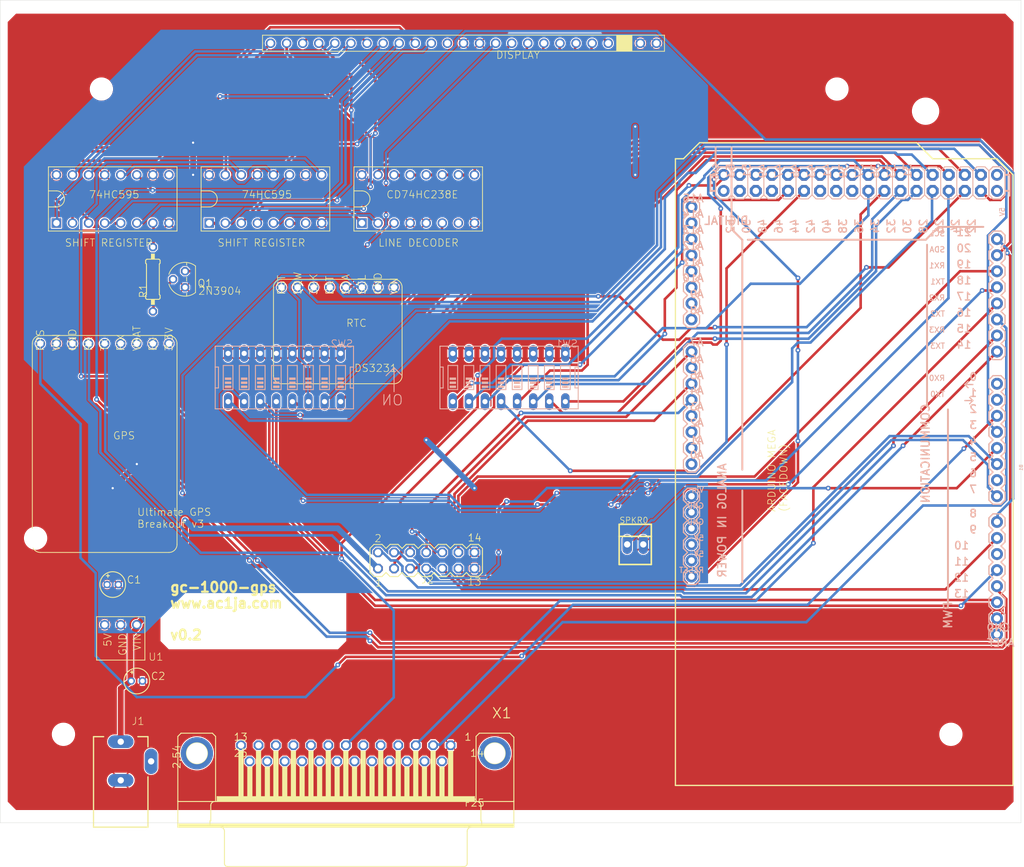
<source format=kicad_pcb>
(kicad_pcb (version 20221018) (generator pcbnew)
  (layers (0 "F.Cu" signal) (31 "B.Cu" signal) (34 "B.Paste" user) (35 "F.Paste" user) (36 "B.SilkS" user "B.Silkscreen") (37 "F.SilkS" user "F.Silkscreen") (38 "B.Mask" user) (39 "F.Mask" user) (44 "Edge.Cuts" user))
  (net 0 "")
  (net 1 "N$1")
  (net 2 "5VLINE")
  (net 3 "N$5")
  (net 4 "GND")
  (net 5 "N$2")
  (net 6 "B$2")
  (net 7 "N$3")
  (net 8 "N$4")
  (net 9 "N$6")
  (net 10 "N$7")
  (net 11 "N$8")
  (net 12 "N$9")
  (net 13 "N$10")
  (net 14 "N$11")
  (net 15 "N$12")
  (net 16 "N$13")
  (net 17 "N$14")
  (net 18 "N$15")
  (net 19 "N$16")
  (net 20 "N$17")
  (net 21 "N$18")
  (net 22 "N$19")
  (net 23 "N$20")
  (net 24 "N$22")
  (net 25 "DISP6")
  (net 26 "DISP5")
  (net 27 "DISP4")
  (net 28 "DISP3")
  (net 29 "DISP2")
  (net 30 "DISP1")
  (net 31 "DISP0")
  (net 32 "CLK")
  (net 33 "N$30")
  (net 34 "N$32")
  (net 35 "N$33")
  (net 36 "DISP7")
  (net 37 "DISP8")
  (net 38 "DISP9")
  (net 39 "DISP10")
  (net 40 "DISP11")
  (net 41 "DISP12")
  (net 42 "7SEG2")
  (net 43 "7SEG1")
  (net 44 "7SEG0")
  (net 45 "N$31")
  (net 46 "N$43")
  (net 47 "N$44")
  (net 48 "N$45")
  (net 49 "N$46")
  (net 50 "N$47")
  (net 51 "N$48")
  (net 52 "N$49")
  (net 53 "N$50")
  (net 54 "N$51")
  (net 55 "CUTOUT")
  (net 56 "N$53")
  (net 57 "N$54")
  (net 58 "N$52")
  (net 59 "N$55")
  (net 60 "N$56")
  (net 61 "N$57")
  (net 62 "N$58")
  (net 63 "N$59")
  (net 64 "N$60")
  (net 65 "N$61")
  (net 66 "N$62")
  (net 67 "N$63")
  (net 68 "DATPIN")
  (net 69 "LATCH")
  (footprint "gc-1000-gps:OKI-78SR" (layer "F.Cu") (at 54.0996 125.6816)
    (fp_text reference "U1")
    (fp_text value "OKI-78SR" hide)
  )
  (footprint "" (layer "F.Cu") (at 182.5196 44.5016)
    (fp_text reference "@HOLE4" hide)
    (fp_text value "")
  )
  (footprint "" (layer "F.Cu") (at 168.5196 112.0016)
    (fp_text reference "@HOLE5" hide)
    (fp_text value "")
  )
  (footprint "gc-1000-gps:DS3231" (layer "F.Cu") (at 93.4696 72.3416 180)
    (fp_text reference "U$4" hide)
    (fp_text value "DS3231" hide)
  )
  (footprint "gc-1000-gps:F25HP" (layer "F.Cu") (at 90.9296 146.0016 180)
    (fp_text reference "X1")
    (fp_text value "")
  )
  (footprint "gc-1000-gps:CD74HC238E" (layer "F.Cu") (at 102.3596 58.3716 90)
    (fp_text reference "U$2" hide)
    (fp_text value "CD74HC238E" hide)
  )
  (footprint "" (layer "F.Cu") (at 182.5196 116.0016)
    (fp_text reference "@HOLE6" hide)
    (fp_text value "")
  )
  (footprint "gc-1000-gps:74HC595" (layer "F.Cu") (at 78.2296 58.3716 90)
    (fp_text reference "U$6" hide)
    (fp_text value "74HC595" hide)
  )
  (footprint "gc-1000-gps:0207_10" (layer "F.Cu") (at 60.4496 71.0716 90)
    (fp_text reference "R1")
    (fp_text value "465")
  )
  (footprint "" (layer "F.Cu") (at 52.3196 41.0016)
    (fp_text reference "@HOLE2" hide)
    (fp_text value "")
  )
  (footprint "gc-1000-gps:E1,8-4" (layer "F.Cu") (at 54.0996 119.3316)
    (fp_text reference "C1")
    (fp_text value "0.1µF")
  )
  (footprint "gc-1000-gps:PA6H" (layer "F.Cu") (at 57.9096 81.2316 180)
    (fp_text reference "U$1" hide)
    (fp_text value "PA6H-PROTO" hide)
  )
  (footprint "gc-1000-gps:TO92" (layer "F.Cu") (at 65.5296 71.0716 90)
    (fp_text reference "Q1")
    (fp_text value "2N3904" hide)
  )
  (footprint "" (layer "F.Cu") (at 168.5196 41.0016)
    (fp_text reference "@HOLE1" hide)
    (fp_text value "")
  )
  (footprint "" (layer "F.Cu") (at 186.5196 143.0016)
    (fp_text reference "@HOLE7" hide)
    (fp_text value "")
  )
  (footprint "gc-1000-gps:GC-1000-DISP" (layer "F.Cu") (at 115.8696 33.7616 180)
    (fp_text reference "U$5" hide)
    (fp_text value "GC-1000-DISP" hide)
  )
  (footprint "gc-1000-gps:74HC595" (layer "F.Cu") (at 54.0996 58.3716 90)
    (fp_text reference "U$7" hide)
    (fp_text value "74HC595" hide)
  )
  (footprint "gc-1000-gps:DCJ0303" (layer "F.Cu") (at 55.3696 147.2716)
    (fp_text reference "J1")
    (fp_text value "12v")
  )
  (footprint "gc-1000-gps:MA07-2" (layer "F.Cu") (at 103.6296 115.5216)
    (fp_text reference "J2")
    (fp_text value "")
  )
  (footprint "gc-1000-gps:E1,8-4" (layer "F.Cu") (at 57.9096 134.5716)
    (fp_text reference "C2")
    (fp_text value "10µF")
  )
  (footprint "" (layer "F.Cu") (at 46.3196 143.0016)
    (fp_text reference "@HOLE0" hide)
    (fp_text value "")
  )
  (footprint "gc-1000-gps:22-23-2021" (layer "F.Cu") (at 136.6496 112.9816)
    (fp_text reference "SPKR0")
    (fp_text value "22-23-2021" hide)
  )
  (footprint "" (layer "F.Cu") (at 41.9196 112.0016)
    (fp_text reference "@HOLE3" hide)
    (fp_text value "")
  )
  (footprint "gc-1000-gps:ARDUINO_MEGA" (layer "B.Cu") (at 169.6696 101.5516 90)
    (fp_text reference "B1")
    (fp_text value "ARDUINO_MEGA_R3FULL")
  )
  (footprint "gc-1000-gps:EDG-08" (layer "B.Cu") (at 116.7196 86.6016 180)
    (fp_text reference "SW1")
    (fp_text value "")
  )
  (footprint "gc-1000-gps:EDG-08" (layer "B.Cu") (at 81.2196 86.6016 180)
    (fp_text reference "SW2")
    (fp_text value "")
  )
  (gr_line (start 98.5496 85.0416) (end 97.2796 86.3116) (stroke (width 0.1524)) (layer "B.SilkS"))
  (gr_line (start 98.5496 88.8516) (end 98.5496 85.0416) (stroke (width 0.1524)) (layer "B.SilkS"))
  (gr_line (start 98.5496 85.0416) (end 99.8196 86.3116) (stroke (width 0.1524)) (layer "B.SilkS"))
  (gr_line (start 197.5896 26.9516) (end 36.3196 26.9516) (stroke (width 0.05)) (layer "Edge.Cuts"))
  (gr_line (start 36.3196 157.001603) (end 197.5896 157.001603) (stroke (width 0.05)) (layer "Edge.Cuts"))
  (gr_line (start 36.3196 26.9516) (end 36.3196 157.001603) (stroke (width 0.05)) (layer "Edge.Cuts"))
  (gr_line (start 197.5896 157.001603) (end 197.5896 26.9516) (stroke (width 0.05)) (layer "Edge.Cuts"))
  (gr_text "ON" (at 100.0736 91.1376) (layer "B.SilkS") (effects (font (size 1.63576 1.63576) (thickness 0.14224)) (justify left bottom mirror)))
  (gr_text "2N3904" (at 67.5616 73.6116) (layer "F.SilkS") (effects (font (size 1.1684 1.1684) (thickness 0.1016)) (justify left bottom)))
  (gr_text "13" (at 111.2496 119.5856) (layer "F.SilkS") (effects (font (size 1.1684 1.1684) (thickness 0.1016)) (justify bottom)))
  (gr_text "gc-1000-gps\nwww.ac1ja.com\n\nv0.2" (at 62.9896 128.2216) (layer "F.SilkS") (effects (font (size 1.563624 1.563624) (thickness 0.366776)) (justify left bottom)))
  (gr_text "2" (at 96.0096 112.7276) (layer "F.SilkS") (effects (font (size 1.1684 1.1684) (thickness 0.1016)) (justify bottom)))
  (segment (start 195.2728 61.2672) (end 195.2728 54.1044) (width 0.4064) (layer "B.Cu") (net 1))
  (segment (start 84.1732 72.3924) (end 83.4112 72.3924) (width 0.4064) (layer "B.Cu") (net 1))
  (segment (start 195.2728 54.1044) (end 191.0056 49.8372) (width 0.4064) (layer "B.Cu") (net 1))
  (segment (start 193.7488 95.1) (end 193.7996 95.2016) (width 0.4064) (layer "B.Cu") (net 1))
  (segment (start 147.5716 49.8372) (end 140.104 57.3048) (width 0.4064) (layer "B.Cu") (net 1))
  (segment (start 140.104 65.6868) (end 131.1124 74.6784) (width 0.4064) (layer "B.Cu") (net 1))
  (segment (start 192.3772 64.1628) (end 195.2728 61.2672) (width 0.4064) (layer "B.Cu") (net 1))
  (segment (start 83.4112 72.3924) (end 83.3096 72.3416) (width 0.4064) (layer "B.Cu") (net 1))
  (segment (start 131.1124 74.6784) (end 86.4592 74.6784) (width 0.4064) (layer "B.Cu") (net 1))
  (segment (start 192.3772 93.7284) (end 192.3772 64.1628) (width 0.4064) (layer "B.Cu") (net 1))
  (segment (start 191.0056 49.8372) (end 147.5716 49.8372) (width 0.4064) (layer "B.Cu") (net 1))
  (segment (start 193.7488 95.1) (end 192.3772 93.7284) (width 0.4064) (layer "B.Cu") (net 1))
  (segment (start 86.4592 74.6784) (end 84.1732 72.3924) (width 0.4064) (layer "B.Cu") (net 1))
  (segment (start 140.104 57.3048) (end 140.104 65.6868) (width 0.4064) (layer "B.Cu") (net 1))
  (segment (start 66.7996 54.5616) (end 66.7996 49.4816) (width 0.9144) (layer "F.Cu") (net 2))
  (segment (start 57.9096 100.2816) (end 54.0996 104.0916) (width 0.9144) (layer "F.Cu") (net 2))
  (via (at 66.7996 49.4816) (size 0.7564) (drill 0.35) (layers "F.Cu" "B.Cu") (net 2))
  (via (at 54.0996 104.0916) (size 0.7564) (drill 0.35) (layers "F.Cu" "B.Cu") (net 2))
  (via (at 66.7996 54.5616) (size 0.7564) (drill 0.35) (layers "F.Cu" "B.Cu") (net 2))
  (via (at 57.9096 100.2816) (size 0.7564) (drill 0.35) (layers "F.Cu" "B.Cu") (net 2))
  (segment (start 89.6596 132.0316) (end 90.9296 130.7616) (width 0.4064) (layer "F.Cu") (net 3))
  (segment (start 90.9296 130.7616) (end 118.572806 130.7616) (width 0.4064) (layer "F.Cu") (net 3))
  (segment (start 193.7488 92.6616) (end 188.5672 97.8432) (width 0.4064) (layer "F.Cu") (net 3))
  (segment (start 193.7488 92.6616) (end 193.7996 92.6616) (width 0.4064) (layer "F.Cu") (net 3))
  (segment (start 118.572806 130.7616) (end 118.721203 130.613204) (width 0.4064) (layer "F.Cu") (net 3))
  (via (at 89.6596 132.0316) (size 0.7564) (drill 0.35) (layers "F.Cu" "B.Cu") (net 3))
  (via (at 188.5672 97.8432) (size 0.7564) (drill 0.35) (layers "F.Cu" "B.Cu") (net 3))
  (via (at 118.721203 130.613204) (size 0.7564) (drill 0.35) (layers "F.Cu" "B.Cu") (net 3))
  (segment (start 42.6696 81.2316) (end 42.6696 87.5816) (width 0.4064) (layer "B.Cu") (net 3))
  (segment (start 49.0196 115.1152) (end 51.4072 117.5028) (width 0.4064) (layer "B.Cu") (net 3))
  (segment (start 84.5796 137.1116) (end 89.6596 132.0316) (width 0.4064) (layer "B.Cu") (net 3))
  (segment (start 51.4072 130.6092) (end 57.9096 137.1116) (width 0.4064) (layer "B.Cu") (net 3))
  (segment (start 118.721203 130.613204) (end 126.802406 122.532) (width 0.4064) (layer "B.Cu") (net 3))
  (segment (start 49.0196 93.9316) (end 49.0196 115.1152) (width 0.4064) (layer "B.Cu") (net 3))
  (segment (start 51.4072 126.9516) (end 51.4072 130.6092) (width 0.4064) (layer "B.Cu") (net 3))
  (segment (start 57.9096 137.1116) (end 84.5796 137.1116) (width 0.4064) (layer "B.Cu") (net 3))
  (segment (start 51.4072 117.5028) (end 51.4072 126.9516) (width 0.4064) (layer "B.Cu") (net 3))
  (segment (start 42.6696 87.5816) (end 49.0196 93.9316) (width 0.4064) (layer "B.Cu") (net 3))
  (segment (start 188.5672 97.8432) (end 163.8784 122.532) (width 0.4064) (layer "B.Cu") (net 3))
  (segment (start 163.8784 122.532) (end 126.802406 122.532) (width 0.4064) (layer "B.Cu") (net 3))
  (via (at 111.2496 104.0916) (size 0.7564) (drill 0.35) (layers "F.Cu" "B.Cu") (net 4))
  (via (at 103.6296 96.4716) (size 0.7564) (drill 0.35) (layers "F.Cu" "B.Cu") (net 4))
  (via (at 136.6496 54.5616) (size 0.7564) (drill 0.35) (layers "F.Cu" "B.Cu") (net 4))
  (via (at 136.6496 46.9416) (size 0.7564) (drill 0.35) (layers "F.Cu" "B.Cu") (net 4))
  (segment (start 136.6496 46.9416) (end 136.6496 54.5616) (width 0.9144) (layer "B.Cu") (net 4))
  (segment (start 103.6296 96.4716) (end 111.2496 104.0916) (width 0.9144) (layer "B.Cu") (net 4))
  (segment (start 60.4496 118.0616) (end 60.4496 123.1416) (width 0.9144) (layer "F.Cu") (net 5))
  (segment (start 65.5296 112.9816) (end 60.4496 118.0616) (width 0.9144) (layer "F.Cu") (net 5))
  (segment (start 55.3696 135.737013) (end 55.3696 144.1716) (width 0.9144) (layer "F.Cu") (net 5))
  (segment (start 57.9096 125.6816) (end 57.9096 126.2404) (width 0.9144) (layer "F.Cu") (net 5))
  (segment (start 65.5296 109.1716) (end 65.5296 112.9816) (width 0.9144) (layer "F.Cu") (net 5))
  (segment (start 60.4496 123.1416) (end 57.9096 125.6816) (width 0.9144) (layer "F.Cu") (net 5))
  (segment (start 55.3696 135.737013) (end 57.0206 134.5716) (width 0.9144) (layer "F.Cu") (net 5))
  (segment (start 56.8936 127.2564) (end 56.8936 134.5716) (width 0.9144) (layer "F.Cu") (net 5))
  (segment (start 56.8936 134.5716) (end 57.0206 134.5716) (width 0.9144) (layer "F.Cu") (net 5))
  (segment (start 57.9096 126.2404) (end 56.8936 127.2564) (width 0.9144) (layer "F.Cu") (net 5))
  (via (at 65.5296 109.1716) (size 0.7564) (drill 0.35) (layers "F.Cu" "B.Cu") (net 5))
  (segment (start 66.7996 110.4416) (end 65.5296 109.1716) (width 0.9144) (layer "B.Cu") (net 5))
  (segment (start 96.0096 116.7916) (end 89.6596 110.4416) (width 0.9144) (layer "B.Cu") (net 5))
  (segment (start 89.6596 110.4416) (end 66.7996 110.4416) (width 0.9144) (layer "B.Cu") (net 5))
  (segment (start 195.4252 66.906) (end 195.8824 67.3632) (width 0.4064) (layer "F.Cu") (net 6))
  (segment (start 94.9936 128.2216) (end 96.0096 129.2376) (width 0.4064) (layer "F.Cu") (net 6))
  (segment (start 94.7396 128.2216) (end 94.9936 128.2216) (width 0.4064) (layer "F.Cu") (net 6))
  (segment (start 194.6632 129.2376) (end 96.0096 129.2376) (width 0.4064) (layer "F.Cu") (net 6))
  (segment (start 65.1232 104.8536) (end 75.6896 115.42) (width 0.4064) (layer "F.Cu") (net 6))
  (segment (start 195.8824 67.3632) (end 195.8824 128.0184) (width 0.4064) (layer "F.Cu") (net 6))
  (segment (start 195.8824 128.0184) (end 194.6632 129.2376) (width 0.4064) (layer "F.Cu") (net 6))
  (segment (start 75.6896 115.42) (end 75.6896 115.5216) (width 0.4064) (layer "F.Cu") (net 6))
  (via (at 195.4252 66.906) (size 0.7564) (drill 0.35) (layers "F.Cu" "B.Cu") (net 6))
  (via (at 65.1232 104.8536) (size 0.7564) (drill 0.35) (layers "F.Cu" "B.Cu") (net 6))
  (via (at 94.7396 128.2216) (size 0.7564) (drill 0.35) (layers "F.Cu" "B.Cu") (net 6))
  (via (at 75.6896 115.5216) (size 0.7564) (drill 0.35) (layers "F.Cu" "B.Cu") (net 6))
  (segment (start 65.1232 86.2608) (end 80.8204 70.5636) (width 0.4064) (layer "B.Cu") (net 6))
  (segment (start 75.6896 115.5216) (end 75.850006 115.5216) (width 0.4064) (layer "B.Cu") (net 6))
  (segment (start 93.4696 72.24) (end 93.4696 72.3416) (width 0.4064) (layer "B.Cu") (net 6))
  (segment (start 193.9012 64.7724) (end 193.7996 64.7216) (width 0.4064) (layer "B.Cu") (net 6))
  (segment (start 90.8788 70.5636) (end 92.5552 72.24) (width 0.4064) (layer "B.Cu") (net 6))
  (segment (start 87.889606 127.5612) (end 94.0792 127.5612) (width 0.4064) (layer "B.Cu") (net 6))
  (segment (start 65.1232 86.2608) (end 65.1232 104.8536) (width 0.4064) (layer "B.Cu") (net 6))
  (segment (start 75.850006 115.5216) (end 87.889606 127.5612) (width 0.4064) (layer "B.Cu") (net 6))
  (segment (start 80.8204 70.5636) (end 90.8788 70.5636) (width 0.4064) (layer "B.Cu") (net 6))
  (segment (start 195.4252 66.2964) (end 195.4252 66.906) (width 0.4064) (layer "B.Cu") (net 6))
  (segment (start 92.5552 72.24) (end 93.4696 72.24) (width 0.4064) (layer "B.Cu") (net 6))
  (segment (start 94.0792 127.5612) (end 94.7396 128.2216) (width 0.4064) (layer "B.Cu") (net 6))
  (segment (start 193.9012 64.7724) (end 195.4252 66.2964) (width 0.4064) (layer "B.Cu") (net 6))
  (segment (start 136.4464 49.2276) (end 126.388 59.286) (width 0.4064) (layer "F.Cu") (net 7))
  (segment (start 91.7932 72.24) (end 91.0312 72.24) (width 0.4064) (layer "F.Cu") (net 7))
  (segment (start 107.338 59.286) (end 104.8996 61.7244) (width 0.4064) (layer "F.Cu") (net 7))
  (segment (start 104.8996 62.6388) (end 104.1376 63.4008) (width 0.4064) (layer "F.Cu") (net 7))
  (segment (start 100.6324 63.4008) (end 91.7932 72.24) (width 0.4064) (layer "F.Cu") (net 7))
  (segment (start 104.1376 63.4008) (end 100.6324 63.4008) (width 0.4064) (layer "F.Cu") (net 7))
  (segment (start 193.9012 67.2108) (end 195.8824 65.2296) (width 0.4064) (layer "F.Cu") (net 7))
  (segment (start 104.8996 61.7244) (end 104.8996 62.6388) (width 0.4064) (layer "F.Cu") (net 7))
  (segment (start 191.3104 49.2276) (end 136.4464 49.2276) (width 0.4064) (layer "F.Cu") (net 7))
  (segment (start 91.0312 72.24) (end 90.9296 72.3416) (width 0.4064) (layer "F.Cu") (net 7))
  (segment (start 195.8824 65.2296) (end 195.8824 53.7996) (width 0.4064) (layer "F.Cu") (net 7))
  (segment (start 195.8824 53.7996) (end 191.3104 49.2276) (width 0.4064) (layer "F.Cu") (net 7))
  (segment (start 126.388 59.286) (end 107.338 59.286) (width 0.4064) (layer "F.Cu") (net 7))
  (segment (start 193.9012 67.2108) (end 193.7996 67.2616) (width 0.4064) (layer "F.Cu") (net 7))
  (segment (start 90.1096 90.4116) (end 120.6256 59.8956) (width 0.4064) (layer "F.Cu") (net 8))
  (segment (start 195.2728 54.1044) (end 191.0056 49.8372) (width 0.4064) (layer "F.Cu") (net 8))
  (segment (start 194.3584 58.524) (end 195.2728 57.6096) (width 0.4064) (layer "F.Cu") (net 8))
  (segment (start 195.2728 57.6096) (end 195.2728 54.1044) (width 0.4064) (layer "F.Cu") (net 8))
  (segment (start 120.6256 59.8956) (end 126.6928 59.8956) (width 0.4064) (layer "F.Cu") (net 8))
  (segment (start 192.682 58.524) (end 194.3584 58.524) (width 0.4064) (layer "F.Cu") (net 8))
  (segment (start 191.2596 57.1016) (end 192.682 58.524) (width 0.4064) (layer "F.Cu") (net 8))
  (segment (start 126.6928 59.8956) (end 136.7512 49.8372) (width 0.4064) (layer "F.Cu") (net 8))
  (segment (start 136.7512 49.8372) (end 191.0056 49.8372) (width 0.4064) (layer "F.Cu") (net 8))
  (segment (start 87.6784 90.3756) (end 87.5696 90.4116) (width 0.4064) (layer "B.Cu") (net 9))
  (segment (start 102.004 76.05) (end 87.6784 90.3756) (width 0.4064) (layer "B.Cu") (net 9))
  (segment (start 187.0432 50.4468) (end 147.8764 50.4468) (width 0.4064) (layer "B.Cu") (net 9))
  (segment (start 191.158 54.5616) (end 191.2596 54.5616) (width 0.4064) (layer "B.Cu") (net 9))
  (segment (start 140.7136 57.6096) (end 140.7136 65.9916) (width 0.4064) (layer "B.Cu") (net 9))
  (segment (start 147.8764 50.4468) (end 140.7136 57.6096) (width 0.4064) (layer "B.Cu") (net 9))
  (segment (start 130.6552 76.05) (end 102.004 76.05) (width 0.4064) (layer "B.Cu") (net 9))
  (segment (start 191.158 54.5616) (end 187.0432 50.4468) (width 0.4064) (layer "B.Cu") (net 9))
  (segment (start 140.7136 65.9916) (end 130.6552 76.05) (width 0.4064) (layer "B.Cu") (net 9))
  (segment (start 141.0184 80.622) (end 134.1604 73.764) (width 0.4064) (layer "F.Cu") (net 10))
  (segment (start 176.68 69.192) (end 173.1748 69.192) (width 0.4064) (layer "F.Cu") (net 10))
  (segment (start 143.6092 80.622) (end 141.0184 80.622) (width 0.4064) (layer "F.Cu") (net 10))
  (segment (start 188.7196 57.1524) (end 176.68 69.192) (width 0.4064) (layer "F.Cu") (net 10))
  (segment (start 145.438 78.7932) (end 143.6092 80.622) (width 0.4064) (layer "F.Cu") (net 10))
  (segment (start 149.248 78.6408) (end 149.0956 78.7932) (width 0.4064) (layer "F.Cu") (net 10))
  (segment (start 149.0956 78.7932) (end 145.438 78.7932) (width 0.4064) (layer "F.Cu") (net 10))
  (segment (start 188.7196 57.1524) (end 188.7196 57.1016) (width 0.4064) (layer "F.Cu") (net 10))
  (segment (start 134.1604 73.764) (end 130.8076 73.764) (width 0.4064) (layer "F.Cu") (net 10))
  (via (at 130.8076 73.764) (size 0.7564) (drill 0.35) (layers "F.Cu" "B.Cu") (net 10))
  (via (at 173.1748 69.192) (size 0.7564) (drill 0.35) (layers "F.Cu" "B.Cu") (net 10))
  (via (at 149.248 78.6408) (size 0.7564) (drill 0.35) (layers "F.Cu" "B.Cu") (net 10))
  (segment (start 83.5636 74.3736) (end 83.5636 83.5176) (width 0.4064) (layer "B.Cu") (net 10))
  (segment (start 82.8016 71.1732) (end 82.0396 71.9352) (width 0.4064) (layer "B.Cu") (net 10))
  (segment (start 83.5636 83.5176) (end 84.9352 84.8892) (width 0.4064) (layer "B.Cu") (net 10))
  (segment (start 82.0396 72.8496) (end 83.5636 74.3736) (width 0.4064) (layer "B.Cu") (net 10))
  (segment (start 163.726 78.6408) (end 149.248 78.6408) (width 0.4064) (layer "B.Cu") (net 10))
  (segment (start 89.6596 71.9352) (end 88.8976 71.1732) (width 0.4064) (layer "B.Cu") (net 10))
  (segment (start 84.9352 84.8892) (end 84.9352 90.3756) (width 0.4064) (layer "B.Cu") (net 10))
  (segment (start 173.1748 69.192) (end 163.726 78.6408) (width 0.4064) (layer "B.Cu") (net 10))
  (segment (start 89.6596 72.8496) (end 89.6596 71.9352) (width 0.4064) (layer "B.Cu") (net 10))
  (segment (start 130.8076 73.764) (end 90.574 73.764) (width 0.4064) (layer "B.Cu") (net 10))
  (segment (start 90.574 73.764) (end 89.6596 72.8496) (width 0.4064) (layer "B.Cu") (net 10))
  (segment (start 84.9352 90.3756) (end 85.0296 90.4116) (width 0.4064) (layer "B.Cu") (net 10))
  (segment (start 82.0396 71.9352) (end 82.0396 72.8496) (width 0.4064) (layer "B.Cu") (net 10))
  (segment (start 88.8976 71.1732) (end 82.8016 71.1732) (width 0.4064) (layer "B.Cu") (net 10))
  (segment (start 184.6048 50.4468) (end 137.056 50.4468) (width 0.4064) (layer "F.Cu") (net 11))
  (segment (start 82.954 90.528) (end 82.4968 90.528) (width 0.4064) (layer "F.Cu") (net 11))
  (segment (start 126.5404 60.9624) (end 137.056 50.4468) (width 0.4064) (layer "F.Cu") (net 11))
  (segment (start 84.6304 92.2044) (end 82.954 90.528) (width 0.4064) (layer "F.Cu") (net 11))
  (segment (start 89.6596 92.2044) (end 89.7252 92.1388) (width 0.4064) (layer "F.Cu") (net 11))
  (segment (start 82.4968 90.528) (end 82.4896 90.4116) (width 0.4064) (layer "F.Cu") (net 11))
  (segment (start 89.7252 92.1388) (end 90.551487 92.1388) (width 0.4064) (layer "F.Cu") (net 11))
  (segment (start 84.6304 92.2044) (end 89.6596 92.2044) (width 0.4064) (layer "F.Cu") (net 11))
  (segment (start 90.551487 92.1388) (end 121.727887 60.9624) (width 0.4064) (layer "F.Cu") (net 11))
  (segment (start 121.727887 60.9624) (end 126.5404 60.9624) (width 0.4064) (layer "F.Cu") (net 11))
  (segment (start 188.7196 54.5616) (end 184.6048 50.4468) (width 0.4064) (layer "F.Cu") (net 11))
  (segment (start 79.9496 90.4116) (end 79.9496 101.8492) (width 0.4064) (layer "F.Cu") (net 12))
  (segment (start 84.1732 106.0728) (end 79.9496 101.8492) (width 0.4064) (layer "F.Cu") (net 12))
  (segment (start 138.6816 104.8536) (end 124.2544 104.8536) (width 0.4064) (layer "F.Cu") (net 12))
  (via (at 84.1732 106.0728) (size 0.7564) (drill 0.35) (layers "F.Cu" "B.Cu") (net 12))
  (via (at 138.6816 104.8536) (size 0.7564) (drill 0.35) (layers "F.Cu" "B.Cu") (net 12))
  (via (at 124.2544 104.8536) (size 0.7564) (drill 0.35) (layers "F.Cu" "B.Cu") (net 12))
  (segment (start 107.338 106.0728) (end 84.1732 106.0728) (width 0.4064) (layer "B.Cu") (net 12))
  (segment (start 124.2544 104.8536) (end 121.5112 107.5968) (width 0.4064) (layer "B.Cu") (net 12))
  (segment (start 108.862 107.5968) (end 107.338 106.0728) (width 0.4064) (layer "B.Cu") (net 12))
  (segment (start 186.1288 57.1524) (end 186.1288 74.0688) (width 0.4064) (layer "B.Cu") (net 12))
  (segment (start 186.1288 74.0688) (end 157.3252 102.8724) (width 0.4064) (layer "B.Cu") (net 12))
  (segment (start 140.6628 102.8724) (end 138.6816 104.8536) (width 0.4064) (layer "B.Cu") (net 12))
  (segment (start 157.3252 102.8724) (end 140.6628 102.8724) (width 0.4064) (layer "B.Cu") (net 12))
  (segment (start 186.1288 57.1524) (end 186.1796 57.1016) (width 0.4064) (layer "B.Cu") (net 12))
  (segment (start 121.5112 107.5968) (end 108.862 107.5968) (width 0.4064) (layer "B.Cu") (net 12))
  (segment (start 84.0208 92.5092) (end 83.716 92.5092) (width 0.4064) (layer "F.Cu") (net 13))
  (segment (start 90.9296 92.814) (end 122.1716 61.572) (width 0.4064) (layer "F.Cu") (net 13))
  (segment (start 137.308506 51.0564) (end 177.5944 51.0564) (width 0.4064) (layer "F.Cu") (net 13))
  (segment (start 186.1288 54.5616) (end 186.1796 54.5616) (width 0.4064) (layer "F.Cu") (net 13))
  (segment (start 84.3256 92.814) (end 84.0208 92.5092) (width 0.4064) (layer "F.Cu") (net 13))
  (segment (start 122.1716 61.572) (end 126.792906 61.572) (width 0.4064) (layer "F.Cu") (net 13))
  (segment (start 184.7572 53.19) (end 179.728 53.19) (width 0.4064) (layer "F.Cu") (net 13))
  (segment (start 177.5944 51.0564) (end 179.728 53.19) (width 0.4064) (layer "F.Cu") (net 13))
  (segment (start 126.792906 61.572) (end 137.308506 51.0564) (width 0.4064) (layer "F.Cu") (net 13))
  (segment (start 84.3256 92.814) (end 90.9296 92.814) (width 0.4064) (layer "F.Cu") (net 13))
  (segment (start 186.1288 54.5616) (end 184.7572 53.19) (width 0.4064) (layer "F.Cu") (net 13))
  (via (at 83.716 92.5092) (size 0.7564) (drill 0.35) (layers "F.Cu" "B.Cu") (net 13))
  (segment (start 83.716 92.5092) (end 79.7536 92.5092) (width 0.4064) (layer "B.Cu") (net 13))
  (segment (start 79.7536 92.5092) (end 77.7724 90.528) (width 0.4064) (layer "B.Cu") (net 13))
  (segment (start 77.4676 90.528) (end 77.4096 90.4116) (width 0.4064) (layer "B.Cu") (net 13))
  (segment (start 77.7724 90.528) (end 77.4676 90.528) (width 0.4064) (layer "B.Cu") (net 13))
  (segment (start 132.8396 106.6824) (end 121.2064 106.6824) (width 0.4064) (layer "F.Cu") (net 14))
  (via (at 132.8396 106.6824) (size 0.7564) (drill 0.35) (layers "F.Cu" "B.Cu") (net 14))
  (via (at 121.2064 106.6824) (size 0.7564) (drill 0.35) (layers "F.Cu" "B.Cu") (net 14))
  (segment (start 71.9812 88.5468) (end 72.8956 88.5468) (width 0.4064) (layer "B.Cu") (net 14))
  (segment (start 164.3356 81.0792) (end 162.3544 81.0792) (width 0.4064) (layer "B.Cu") (net 14))
  (segment (start 74.7244 90.3756) (end 74.8696 90.4116) (width 0.4064) (layer "B.Cu") (net 14))
  (segment (start 183.538 61.8768) (end 164.3356 81.0792) (width 0.4064) (layer "B.Cu") (net 14))
  (segment (start 121.2064 106.6824) (end 120.9016 106.9872) (width 0.4064) (layer "B.Cu") (net 14))
  (segment (start 162.3544 81.0792) (end 161.44 81.9936) (width 0.4064) (layer "B.Cu") (net 14))
  (segment (start 161.44 81.9936) (end 161.44 87.3276) (width 0.4064) (layer "B.Cu") (net 14))
  (segment (start 71.2192 91.5948) (end 71.2192 89.3088) (width 0.4064) (layer "B.Cu") (net 14))
  (segment (start 146.5048 102.2628) (end 137.2592 102.2628) (width 0.4064) (layer "B.Cu") (net 14))
  (segment (start 137.2592 102.2628) (end 132.8396 106.6824) (width 0.4064) (layer "B.Cu") (net 14))
  (segment (start 183.538 57.1524) (end 183.538 61.8768) (width 0.4064) (layer "B.Cu") (net 14))
  (segment (start 84.7828 105.1584) (end 71.2192 91.5948) (width 0.4064) (layer "B.Cu") (net 14))
  (segment (start 183.538 57.1524) (end 183.6396 57.1016) (width 0.4064) (layer "B.Cu") (net 14))
  (segment (start 72.8956 88.5468) (end 74.7244 90.3756) (width 0.4064) (layer "B.Cu") (net 14))
  (segment (start 107.338 105.1584) (end 84.7828 105.1584) (width 0.4064) (layer "B.Cu") (net 14))
  (segment (start 120.9016 106.9872) (end 109.1668 106.9872) (width 0.4064) (layer "B.Cu") (net 14))
  (segment (start 161.44 87.3276) (end 146.5048 102.2628) (width 0.4064) (layer "B.Cu") (net 14))
  (segment (start 71.2192 89.3088) (end 71.9812 88.5468) (width 0.4064) (layer "B.Cu") (net 14))
  (segment (start 109.1668 106.9872) (end 107.338 105.1584) (width 0.4064) (layer "B.Cu") (net 14))
  (segment (start 149.4004 51.0564) (end 146.2 54.2568) (width 0.4064) (layer "B.Cu") (net 15))
  (segment (start 143.6092 55.6284) (end 143.6092 55.9332) (width 0.4064) (layer "B.Cu") (net 15))
  (segment (start 144.9808 54.2568) (end 143.6092 55.6284) (width 0.4064) (layer "B.Cu") (net 15))
  (segment (start 91.6408 93.4236) (end 75.6388 93.4236) (width 0.4064) (layer "B.Cu") (net 15))
  (segment (start 129.8932 77.7264) (end 115.72 77.7264) (width 0.4064) (layer "B.Cu") (net 15))
  (segment (start 180.3376 51.3612) (end 178.0516 51.3612) (width 0.4064) (layer "B.Cu") (net 15))
  (segment (start 143.6092 55.9332) (end 141.3232 58.2192) (width 0.4064) (layer "B.Cu") (net 15))
  (segment (start 177.7468 51.0564) (end 149.4004 51.0564) (width 0.4064) (layer "B.Cu") (net 15))
  (segment (start 183.538 54.5616) (end 180.3376 51.3612) (width 0.4064) (layer "B.Cu") (net 15))
  (segment (start 107.338 77.7264) (end 92.098 92.9664) (width 0.4064) (layer "B.Cu") (net 15))
  (segment (start 92.098 92.9664) (end 91.6408 93.4236) (width 0.4064) (layer "B.Cu") (net 15))
  (segment (start 146.2 54.2568) (end 144.9808 54.2568) (width 0.4064) (layer "B.Cu") (net 15))
  (segment (start 115.72 77.7264) (end 107.338 77.7264) (width 0.4064) (layer "B.Cu") (net 15))
  (segment (start 178.0516 51.3612) (end 177.7468 51.0564) (width 0.4064) (layer "B.Cu") (net 15))
  (segment (start 75.6388 93.4236) (end 72.7432 90.528) (width 0.4064) (layer "B.Cu") (net 15))
  (segment (start 183.538 54.5616) (end 183.6396 54.5616) (width 0.4064) (layer "B.Cu") (net 15))
  (segment (start 141.3232 58.2192) (end 141.3232 66.2964) (width 0.4064) (layer "B.Cu") (net 15))
  (segment (start 72.4384 90.528) (end 72.3296 90.4116) (width 0.4064) (layer "B.Cu") (net 15))
  (segment (start 141.3232 66.2964) (end 129.8932 77.7264) (width 0.4064) (layer "B.Cu") (net 15))
  (segment (start 72.7432 90.528) (end 72.4384 90.528) (width 0.4064) (layer "B.Cu") (net 15))
  (segment (start 125.626 90.3756) (end 125.6096 90.4116) (width 0.4064) (layer "F.Cu") (net 16))
  (segment (start 144.676 80.4696) (end 134.77 90.3756) (width 0.4064) (layer "F.Cu") (net 16))
  (segment (start 149.248 80.4696) (end 144.676 80.4696) (width 0.4064) (layer "F.Cu") (net 16))
  (segment (start 134.77 90.3756) (end 125.626 90.3756) (width 0.4064) (layer "F.Cu") (net 16))
  (via (at 149.248 80.4696) (size 0.7564) (drill 0.35) (layers "F.Cu" "B.Cu") (net 16))
  (segment (start 164.0308 80.4696) (end 149.248 80.4696) (width 0.4064) (layer "B.Cu") (net 16))
  (segment (start 181.0996 57.1524) (end 179.728 58.524) (width 0.4064) (layer "B.Cu") (net 16))
  (segment (start 178.8136 58.524) (end 174.6988 62.6388) (width 0.4064) (layer "B.Cu") (net 16))
  (segment (start 181.0996 57.1524) (end 181.0996 57.1016) (width 0.4064) (layer "B.Cu") (net 16))
  (segment (start 179.728 58.524) (end 178.8136 58.524) (width 0.4064) (layer "B.Cu") (net 16))
  (segment (start 174.6988 62.6388) (end 174.6988 69.8016) (width 0.4064) (layer "B.Cu") (net 16))
  (segment (start 174.6988 69.8016) (end 164.0308 80.4696) (width 0.4064) (layer "B.Cu") (net 16))
  (segment (start 148.6384 81.0792) (end 144.9808 81.0792) (width 0.4064) (layer "F.Cu") (net 17))
  (segment (start 123.4924 90.528) (end 123.1876 90.528) (width 0.4064) (layer "F.Cu") (net 17))
  (segment (start 133.8556 92.2044) (end 125.1688 92.2044) (width 0.4064) (layer "F.Cu") (net 17))
  (segment (start 150.1624 80.7744) (end 149.5528 81.384) (width 0.4064) (layer "F.Cu") (net 17))
  (segment (start 149.5528 81.384) (end 148.9432 81.384) (width 0.4064) (layer "F.Cu") (net 17))
  (segment (start 144.9808 81.0792) (end 133.8556 92.2044) (width 0.4064) (layer "F.Cu") (net 17))
  (segment (start 125.1688 92.2044) (end 123.4924 90.528) (width 0.4064) (layer "F.Cu") (net 17))
  (segment (start 175.0036 53.19) (end 170.1268 53.19) (width 0.4064) (layer "F.Cu") (net 17))
  (segment (start 123.1876 90.528) (end 123.0696 90.4116) (width 0.4064) (layer "F.Cu") (net 17))
  (segment (start 148.9432 81.384) (end 148.6384 81.0792) (width 0.4064) (layer "F.Cu") (net 17))
  (segment (start 150.1624 59.8956) (end 150.1624 80.7744) (width 0.4064) (layer "F.Cu") (net 17))
  (via (at 175.0036 53.19) (size 0.7564) (drill 0.35) (layers "F.Cu" "B.Cu") (net 17))
  (via (at 170.1268 53.19) (size 0.7564) (drill 0.35) (layers "F.Cu" "B.Cu") (net 17))
  (via (at 150.1624 59.8956) (size 0.7564) (drill 0.35) (layers "F.Cu" "B.Cu") (net 17))
  (segment (start 150.01 53.19) (end 148.1812 55.0188) (width 0.4064) (layer "B.Cu") (net 17))
  (segment (start 148.1812 57.6096) (end 150.1624 59.5908) (width 0.4064) (layer "B.Cu") (net 17))
  (segment (start 148.1812 55.0188) (end 148.1812 57.6096) (width 0.4064) (layer "B.Cu") (net 17))
  (segment (start 179.728 53.19) (end 175.0036 53.19) (width 0.4064) (layer "B.Cu") (net 17))
  (segment (start 150.1624 59.5908) (end 150.1624 59.8956) (width 0.4064) (layer "B.Cu") (net 17))
  (segment (start 170.1268 53.19) (end 150.01 53.19) (width 0.4064) (layer "B.Cu") (net 17))
  (segment (start 181.0996 54.5616) (end 179.728 53.19) (width 0.4064) (layer "B.Cu") (net 17))
  (segment (start 146.5048 79.5552) (end 138.4276 87.6324) (width 0.4064) (layer "B.Cu") (net 18))
  (segment (start 120.9016 90.3756) (end 120.5968 90.3756) (width 0.4064) (layer "B.Cu") (net 18))
  (segment (start 174.0892 61.572) (end 174.0892 69.4968) (width 0.4064) (layer "B.Cu") (net 18))
  (segment (start 138.4276 87.6324) (end 123.6448 87.6324) (width 0.4064) (layer "B.Cu") (net 18))
  (segment (start 123.6448 87.6324) (end 120.9016 90.3756) (width 0.4064) (layer "B.Cu") (net 18))
  (segment (start 120.5968 90.3756) (end 120.5296 90.4116) (width 0.4064) (layer "B.Cu") (net 18))
  (segment (start 174.0892 69.4968) (end 164.0308 79.5552) (width 0.4064) (layer "B.Cu") (net 18))
  (segment (start 178.5596 57.1016) (end 174.0892 61.572) (width 0.4064) (layer "B.Cu") (net 18))
  (segment (start 164.0308 79.5552) (end 146.5048 79.5552) (width 0.4064) (layer "B.Cu") (net 18))
  (segment (start 129.1312 70.1064) (end 129.1312 84.5844) (width 0.4064) (layer "F.Cu") (net 19))
  (segment (start 178.5088 54.5616) (end 178.5596 54.5616) (width 0.4064) (layer "F.Cu") (net 19))
  (segment (start 147.5716 51.666) (end 129.1312 70.1064) (width 0.4064) (layer "F.Cu") (net 19))
  (segment (start 118.3108 90.3756) (end 118.006 90.3756) (width 0.4064) (layer "F.Cu") (net 19))
  (segment (start 178.5088 54.5616) (end 175.6132 51.666) (width 0.4064) (layer "F.Cu") (net 19))
  (segment (start 129.1312 84.5844) (end 128.2168 85.4988) (width 0.4064) (layer "F.Cu") (net 19))
  (segment (start 123.1876 85.4988) (end 118.3108 90.3756) (width 0.4064) (layer "F.Cu") (net 19))
  (segment (start 118.006 90.3756) (end 117.9896 90.4116) (width 0.4064) (layer "F.Cu") (net 19))
  (segment (start 128.2168 85.4988) (end 123.1876 85.4988) (width 0.4064) (layer "F.Cu") (net 19))
  (segment (start 175.6132 51.666) (end 147.5716 51.666) (width 0.4064) (layer "F.Cu") (net 19))
  (segment (start 144.9808 101.6532) (end 144.676 101.3484) (width 0.4064) (layer "F.Cu") (net 20))
  (segment (start 175.918 57.1524) (end 172.2604 60.81) (width 0.4064) (layer "F.Cu") (net 20))
  (segment (start 175.918 57.1524) (end 176.0196 57.1016) (width 0.4064) (layer "F.Cu") (net 20))
  (segment (start 146.2 101.6532) (end 144.9808 101.6532) (width 0.4064) (layer "F.Cu") (net 20))
  (segment (start 172.2604 60.81) (end 172.2604 75.5928) (width 0.4064) (layer "F.Cu") (net 20))
  (segment (start 172.2604 75.5928) (end 146.2 101.6532) (width 0.4064) (layer "F.Cu") (net 20))
  (segment (start 144.676 101.3484) (end 126.388 101.3484) (width 0.4064) (layer "F.Cu") (net 20))
  (via (at 126.388 101.3484) (size 0.7564) (drill 0.35) (layers "F.Cu" "B.Cu") (net 20))
  (segment (start 126.388 101.3484) (end 115.5676 90.528) (width 0.4064) (layer "B.Cu") (net 20))
  (segment (start 115.5676 90.528) (end 115.4496 90.4116) (width 0.4064) (layer "B.Cu") (net 20))
  (segment (start 143.152 72.3924) (end 141.3232 74.2212) (width 0.4064) (layer "F.Cu") (net 21))
  (segment (start 175.918 54.5616) (end 176.0196 54.5616) (width 0.4064) (layer "F.Cu") (net 21))
  (segment (start 175.3084 52.2756) (end 147.8764 52.2756) (width 0.4064) (layer "F.Cu") (net 21))
  (segment (start 143.152 57) (end 143.152 72.3924) (width 0.4064) (layer "F.Cu") (net 21))
  (segment (start 175.918 54.5616) (end 175.918 52.8852) (width 0.4064) (layer "F.Cu") (net 21))
  (segment (start 175.918 52.8852) (end 175.3084 52.2756) (width 0.4064) (layer "F.Cu") (net 21))
  (segment (start 141.3232 74.2212) (end 141.3232 79.7076) (width 0.4064) (layer "F.Cu") (net 21))
  (segment (start 147.8764 52.2756) (end 143.152 57) (width 0.4064) (layer "F.Cu") (net 21))
  (via (at 141.3232 79.7076) (size 0.7564) (drill 0.35) (layers "F.Cu" "B.Cu") (net 21))
  (segment (start 134.008 87.0228) (end 116.6344 87.0228) (width 0.4064) (layer "B.Cu") (net 21))
  (segment (start 141.3232 79.7076) (end 134.008 87.0228) (width 0.4064) (layer "B.Cu") (net 21))
  (segment (start 112.9768 90.3756) (end 112.9096 90.4116) (width 0.4064) (layer "B.Cu") (net 21))
  (segment (start 116.6344 87.0228) (end 113.2816 90.3756) (width 0.4064) (layer "B.Cu") (net 21))
  (segment (start 113.2816 90.3756) (end 112.9768 90.3756) (width 0.4064) (layer "B.Cu") (net 21))
  (segment (start 147.8764 78.7932) (end 141.0184 78.7932) (width 0.4064) (layer "B.Cu") (net 22))
  (segment (start 141.0184 78.7932) (end 133.3984 86.4132) (width 0.4064) (layer "B.Cu") (net 22))
  (segment (start 112.9768 88.0896) (end 110.6908 90.3756) (width 0.4064) (layer "B.Cu") (net 22))
  (segment (start 110.6908 90.3756) (end 110.386 90.3756) (width 0.4064) (layer "B.Cu") (net 22))
  (segment (start 154.8868 71.7828) (end 147.8764 78.7932) (width 0.4064) (layer "B.Cu") (net 22))
  (segment (start 173.4796 57.1016) (end 173.4796 60.9624) (width 0.4064) (layer "B.Cu") (net 22))
  (segment (start 116.3296 86.4132) (end 114.6532 88.0896) (width 0.4064) (layer "B.Cu") (net 22))
  (segment (start 133.3984 86.4132) (end 116.3296 86.4132) (width 0.4064) (layer "B.Cu") (net 22))
  (segment (start 173.4796 60.9624) (end 162.6592 71.7828) (width 0.4064) (layer "B.Cu") (net 22))
  (segment (start 162.6592 71.7828) (end 154.8868 71.7828) (width 0.4064) (layer "B.Cu") (net 22))
  (segment (start 110.386 90.3756) (end 110.3696 90.4116) (width 0.4064) (layer "B.Cu") (net 22))
  (segment (start 114.6532 88.0896) (end 112.9768 88.0896) (width 0.4064) (layer "B.Cu") (net 22))
  (segment (start 110.8432 87.48) (end 107.9476 90.3756) (width 0.4064) (layer "F.Cu") (net 23))
  (segment (start 107.9476 90.3756) (end 107.8296 90.4116) (width 0.4064) (layer "F.Cu") (net 23))
  (via (at 110.8432 87.48) (size 0.7564) (drill 0.35) (layers "F.Cu" "B.Cu") (net 23))
  (segment (start 144.0664 66.6012) (end 126.0832 84.5844) (width 0.4064) (layer "B.Cu") (net 23))
  (segment (start 144.0664 58.524) (end 144.0664 66.6012) (width 0.4064) (layer "B.Cu") (net 23))
  (segment (start 126.0832 84.5844) (end 116.9392 84.5844) (width 0.4064) (layer "B.Cu") (net 23))
  (segment (start 116.9392 84.5844) (end 114.0436 87.48) (width 0.4064) (layer "B.Cu") (net 23))
  (segment (start 171.1936 52.2756) (end 150.01 52.2756) (width 0.4064) (layer "B.Cu") (net 23))
  (segment (start 147.5716 54.714) (end 147.5716 55.0188) (width 0.4064) (layer "B.Cu") (net 23))
  (segment (start 147.5716 55.0188) (end 144.0664 58.524) (width 0.4064) (layer "B.Cu") (net 23))
  (segment (start 173.4796 54.5616) (end 171.1936 52.2756) (width 0.4064) (layer "B.Cu") (net 23))
  (segment (start 150.01 52.2756) (end 147.5716 54.714) (width 0.4064) (layer "B.Cu") (net 23))
  (segment (start 114.0436 87.48) (end 110.8432 87.48) (width 0.4064) (layer "B.Cu") (net 23))
  (segment (start 193.7996 122.1256) (end 193.444 121.77) (width 0.4064) (layer "F.Cu") (net 24))
  (segment (start 78.8392 105.0568) (end 78.8392 89.3088) (width 0.4064) (layer "F.Cu") (net 24))
  (segment (start 95.5524 121.77) (end 78.8392 105.0568) (width 0.4064) (layer "F.Cu") (net 24))
  (segment (start 83.5128 84.6352) (end 90.5232 84.6352) (width 0.4064) (layer "F.Cu") (net 24))
  (segment (start 193.444 121.77) (end 95.5524 121.77) (width 0.4064) (layer "F.Cu") (net 24))
  (segment (start 78.8392 89.3088) (end 83.5128 84.6352) (width 0.4064) (layer "F.Cu") (net 24))
  (segment (start 90.5232 84.6352) (end 106.1188 69.0396) (width 0.4064) (layer "F.Cu") (net 24))
  (segment (start 106.1188 69.0396) (end 106.1188 62.1816) (width 0.4064) (layer "F.Cu") (net 24))
  (segment (start 106.1188 62.1816) (end 106.1696 62.1816) (width 0.4064) (layer "F.Cu") (net 24))
  (segment (start 111.3004 54.5616) (end 111.2496 54.5616) (width 0.4064) (layer "F.Cu") (net 25))
  (segment (start 117.0916 33.8352) (end 117.1396 33.7616) (width 0.4064) (layer "F.Cu") (net 25))
  (segment (start 117.0916 33.8352) (end 111.3004 39.6264) (width 0.4064) (layer "F.Cu") (net 25))
  (segment (start 111.3004 39.6264) (end 111.3004 54.5616) (width 0.4064) (layer "F.Cu") (net 25))
  (segment (start 109.4716 54.5616) (end 108.7096 54.5616) (width 0.4064) (layer "F.Cu") (net 26))
  (segment (start 119.53 48.0084) (end 111.7576 55.7808) (width 0.4064) (layer "F.Cu") (net 26))
  (segment (start 119.53 33.8352) (end 119.6796 33.7616) (width 0.4064) (layer "F.Cu") (net 26))
  (segment (start 111.7576 55.7808) (end 110.6908 55.7808) (width 0.4064) (layer "F.Cu") (net 26))
  (segment (start 119.53 33.8352) (end 119.53 48.0084) (width 0.4064) (layer "F.Cu") (net 26))
  (segment (start 110.6908 55.7808) (end 109.4716 54.5616) (width 0.4064) (layer "F.Cu") (net 26))
  (segment (start 122.1208 33.8352) (end 122.1208 46.332) (width 0.4064) (layer "F.Cu") (net 27))
  (segment (start 122.1208 33.8352) (end 122.2196 33.7616) (width 0.4064) (layer "F.Cu") (net 27))
  (segment (start 107.0332 54.5616) (end 106.1696 54.5616) (width 0.4064) (layer "F.Cu") (net 27))
  (segment (start 112.0624 56.3904) (end 108.862 56.3904) (width 0.4064) (layer "F.Cu") (net 27))
  (segment (start 122.1208 46.332) (end 112.0624 56.3904) (width 0.4064) (layer "F.Cu") (net 27))
  (segment (start 108.862 56.3904) (end 107.0332 54.5616) (width 0.4064) (layer "F.Cu") (net 27))
  (segment (start 107.338 57.4572) (end 104.4424 54.5616) (width 0.4064) (layer "F.Cu") (net 28))
  (segment (start 104.4424 54.5616) (end 103.6296 54.5616) (width 0.4064) (layer "F.Cu") (net 28))
  (segment (start 124.7116 45.8748) (end 113.1292 57.4572) (width 0.4064) (layer "F.Cu") (net 28))
  (segment (start 124.7116 33.8352) (end 124.7596 33.7616) (width 0.4064) (layer "F.Cu") (net 28))
  (segment (start 124.7116 33.8352) (end 124.7116 45.8748) (width 0.4064) (layer "F.Cu") (net 28))
  (segment (start 113.1292 57.4572) (end 107.338 57.4572) (width 0.4064) (layer "F.Cu") (net 28))
  (segment (start 105.3568 58.0668) (end 101.8516 54.5616) (width 0.4064) (layer "F.Cu") (net 29))
  (segment (start 127.15 33.8352) (end 127.15 49.6848) (width 0.4064) (layer "F.Cu") (net 29))
  (segment (start 118.768 58.0668) (end 105.3568 58.0668) (width 0.4064) (layer "F.Cu") (net 29))
  (segment (start 101.8516 54.5616) (end 101.0896 54.5616) (width 0.4064) (layer "F.Cu") (net 29))
  (segment (start 127.15 33.8352) (end 127.2996 33.7616) (width 0.4064) (layer "F.Cu") (net 29))
  (segment (start 127.15 49.6848) (end 118.768 58.0668) (width 0.4064) (layer "F.Cu") (net 29))
  (segment (start 129.7408 33.8352) (end 129.7408 48.0084) (width 0.4064) (layer "F.Cu") (net 30))
  (segment (start 129.7408 48.0084) (end 119.0728 58.6764) (width 0.4064) (layer "F.Cu") (net 30))
  (segment (start 129.7408 33.8352) (end 129.8396 33.7616) (width 0.4064) (layer "F.Cu") (net 30))
  (segment (start 119.0728 58.6764) (end 103.3756 58.6764) (width 0.4064) (layer "F.Cu") (net 30))
  (segment (start 103.3756 58.6764) (end 99.2608 54.5616) (width 0.4064) (layer "F.Cu") (net 30))
  (segment (start 99.2608 54.5616) (end 98.5496 54.5616) (width 0.4064) (layer "F.Cu") (net 30))
  (segment (start 131.1124 32.4636) (end 116.7868 32.4636) (width 0.4064) (layer "F.Cu") (net 31))
  (segment (start 116.7868 32.4636) (end 115.8724 33.378) (width 0.4064) (layer "F.Cu") (net 31))
  (segment (start 115.8724 33.378) (end 115.8724 34.14) (width 0.4064) (layer "F.Cu") (net 31))
  (segment (start 132.3316 33.6828) (end 132.3796 33.7616) (width 0.4064) (layer "F.Cu") (net 31))
  (segment (start 115.8724 34.14) (end 96.0604 53.952) (width 0.4064) (layer "F.Cu") (net 31))
  (segment (start 96.0604 53.952) (end 96.0604 54.5616) (width 0.4064) (layer "F.Cu") (net 31))
  (segment (start 96.0604 54.5616) (end 96.0096 54.5616) (width 0.4064) (layer "F.Cu") (net 31))
  (segment (start 132.3316 33.6828) (end 131.1124 32.4636) (width 0.4064) (layer "F.Cu") (net 31))
  (segment (start 101.0896 128.628) (end 194.3584 128.628) (width 0.4064) (layer "F.Cu") (net 32))
  (segment (start 57.9604 54.5616) (end 57.9096 54.5616) (width 0.4064) (layer "F.Cu") (net 32))
  (segment (start 96.416 128.628) (end 101.0896 128.628) (width 0.4064) (layer "F.Cu") (net 32))
  (segment (start 51.5596 90.0708) (end 76.9596 115.4708) (width 0.4064) (layer "F.Cu") (net 32))
  (segment (start 94.7396 126.9516) (end 96.416 128.628) (width 0.4064) (layer "F.Cu") (net 32))
  (segment (start 193.9012 120.246) (end 193.9012 119.6364) (width 0.4064) (layer "F.Cu") (net 32))
  (segment (start 195.2728 127.7136) (end 195.2728 121.6176) (width 0.4064) (layer "F.Cu") (net 32))
  (segment (start 60.3988 57) (end 57.9604 54.5616) (width 0.4064) (layer "F.Cu") (net 32))
  (segment (start 194.3584 128.628) (end 195.2728 127.7136) (width 0.4064) (layer "F.Cu") (net 32))
  (segment (start 195.2728 121.6176) (end 193.9012 120.246) (width 0.4064) (layer "F.Cu") (net 32))
  (segment (start 76.9596 115.4708) (end 76.9596 115.5216) (width 0.4064) (layer "F.Cu") (net 32))
  (segment (start 193.9012 119.6364) (end 193.7996 119.5856) (width 0.4064) (layer "F.Cu") (net 32))
  (via (at 94.7396 126.9516) (size 0.7564) (drill 0.35) (layers "F.Cu" "B.Cu") (net 32))
  (via (at 60.3988 57) (size 0.7564) (drill 0.35) (layers "F.Cu" "B.Cu") (net 32))
  (via (at 76.9596 115.5216) (size 0.7564) (drill 0.35) (layers "F.Cu" "B.Cu") (net 32))
  (via (at 51.5596 90.0708) (size 0.7564) (drill 0.35) (layers "F.Cu" "B.Cu") (net 32))
  (segment (start 60.3988 57) (end 56.284 57) (width 0.4064) (layer "B.Cu") (net 32))
  (segment (start 51.5596 61.7244) (end 51.5596 90.0708) (width 0.4064) (layer "B.Cu") (net 32))
  (segment (start 76.9596 115.5216) (end 88.3896 126.9516) (width 0.4064) (layer "B.Cu") (net 32))
  (segment (start 82.0396 54.5616) (end 79.6012 57) (width 0.4064) (layer "B.Cu") (net 32))
  (segment (start 88.3896 126.9516) (end 94.7396 126.9516) (width 0.4064) (layer "B.Cu") (net 32))
  (segment (start 56.284 57) (end 51.5596 61.7244) (width 0.4064) (layer "B.Cu") (net 32))
  (segment (start 79.6012 57) (end 60.3988 57) (width 0.4064) (layer "B.Cu") (net 32))
  (segment (start 48.5116 53.6472) (end 48.5116 53.7996) (width 0.4064) (layer "B.Cu") (net 33))
  (segment (start 67.1044 35.0544) (end 48.5116 53.6472) (width 0.4064) (layer "B.Cu") (net 33))
  (segment (start 89.05 33.8352) (end 87.8308 35.0544) (width 0.4064) (layer "B.Cu") (net 33))
  (segment (start 89.05 33.8352) (end 89.1996 33.7616) (width 0.4064) (layer "B.Cu") (net 33))
  (segment (start 87.8308 35.0544) (end 67.1044 35.0544) (width 0.4064) (layer "B.Cu") (net 33))
  (segment (start 48.5116 53.7996) (end 47.7496 54.5616) (width 0.4064) (layer "B.Cu") (net 33))
  (segment (start 60.5512 65.9916) (end 60.4496 65.9916) (width 0.4064) (layer "F.Cu") (net 34))
  (segment (start 60.5512 62.1816) (end 60.4496 62.1816) (width 0.4064) (layer "F.Cu") (net 34))
  (segment (start 60.5512 62.1816) (end 60.5512 65.9916) (width 0.4064) (layer "F.Cu") (net 34))
  (segment (start 94.3332 65.5852) (end 90.1168 69.8016) (width 0.4064) (layer "F.Cu") (net 35))
  (segment (start 90.1168 69.8016) (end 65.5296 69.8016) (width 0.4064) (layer "F.Cu") (net 35))
  (segment (start 97.2796 60.9116) (end 97.2796 55.8316) (width 0.4064) (layer "F.Cu") (net 35))
  (via (at 97.2796 55.8316) (size 0.7564) (drill 0.35) (layers "F.Cu" "B.Cu") (net 35))
  (via (at 94.3332 65.5852) (size 0.7564) (drill 0.35) (layers "F.Cu" "B.Cu") (net 35))
  (via (at 97.2796 60.9116) (size 0.7564) (drill 0.35) (layers "F.Cu" "B.Cu") (net 35))
  (segment (start 97.2796 62.6388) (end 94.3332 65.5852) (width 0.4064) (layer "B.Cu") (net 35))
  (segment (start 114.5008 33.8352) (end 97.2796 51.0564) (width 0.4064) (layer "B.Cu") (net 35))
  (segment (start 97.2796 51.0564) (end 97.2796 55.8316) (width 0.4064) (layer "B.Cu") (net 35))
  (segment (start 97.2796 60.9116) (end 97.2796 62.6388) (width 0.4064) (layer "B.Cu") (net 35))
  (segment (start 114.5008 33.8352) (end 114.5996 33.7616) (width 0.4064) (layer "B.Cu") (net 35))
  (segment (start 104.29 33.8352) (end 103.0708 35.0544) (width 0.4064) (layer "B.Cu") (net 36))
  (segment (start 103.0708 35.0544) (end 99.8704 35.0544) (width 0.4064) (layer "B.Cu") (net 36))
  (segment (start 58.7224 62.1816) (end 57.9096 62.1816) (width 0.4064) (layer "B.Cu") (net 36))
  (segment (start 61.618 59.286) (end 58.7224 62.1816) (width 0.4064) (layer "B.Cu") (net 36))
  (segment (start 99.8704 35.0544) (end 90.8788 44.046) (width 0.4064) (layer "B.Cu") (net 36))
  (segment (start 90.8788 56.0348) (end 87.6276 59.286) (width 0.4064) (layer "B.Cu") (net 36))
  (segment (start 87.6276 59.286) (end 61.618 59.286) (width 0.4064) (layer "B.Cu") (net 36))
  (segment (start 90.8788 44.046) (end 90.8788 56.0348) (width 0.4064) (layer "B.Cu") (net 36))
  (segment (start 104.29 33.8352) (end 104.4396 33.7616) (width 0.4064) (layer "B.Cu") (net 36))
  (segment (start 99.4132 31.2444) (end 78.9916 31.2444) (width 0.4064) (layer "F.Cu") (net 37))
  (segment (start 45.362 50.2436) (end 41.3488 54.2568) (width 0.4064) (layer "F.Cu") (net 37))
  (segment (start 41.3488 54.2568) (end 41.3488 55.476) (width 0.4064) (layer "F.Cu") (net 37))
  (segment (start 41.3488 55.476) (end 46.378 60.5052) (width 0.4064) (layer "F.Cu") (net 37))
  (segment (start 59.9924 50.2436) (end 45.362 50.2436) (width 0.4064) (layer "F.Cu") (net 37))
  (segment (start 101.8516 33.6828) (end 101.8996 33.7616) (width 0.4064) (layer "F.Cu") (net 37))
  (segment (start 46.378 60.5052) (end 46.378 62.4864) (width 0.4064) (layer "F.Cu") (net 37))
  (segment (start 101.8516 33.6828) (end 99.4132 31.2444) (width 0.4064) (layer "F.Cu") (net 37))
  (segment (start 78.9916 31.2444) (end 59.9924 50.2436) (width 0.4064) (layer "F.Cu") (net 37))
  (segment (start 54.6076 62.1816) (end 55.3696 62.1816) (width 0.4064) (layer "F.Cu") (net 37))
  (segment (start 53.3884 63.4008) (end 54.6076 62.1816) (width 0.4064) (layer "F.Cu") (net 37))
  (segment (start 46.378 62.4864) (end 47.2924 63.4008) (width 0.4064) (layer "F.Cu") (net 37))
  (segment (start 47.2924 63.4008) (end 53.3884 63.4008) (width 0.4064) (layer "F.Cu") (net 37))
  (segment (start 53.6932 62.1816) (end 52.8296 62.1816) (width 0.4064) (layer "B.Cu") (net 38))
  (segment (start 57.1984 58.6764) (end 53.6932 62.1816) (width 0.4064) (layer "B.Cu") (net 38))
  (segment (start 99.2608 33.8352) (end 90.2692 42.8268) (width 0.4064) (layer "B.Cu") (net 38))
  (segment (start 90.2692 42.8268) (end 90.2692 55.73) (width 0.4064) (layer "B.Cu") (net 38))
  (segment (start 90.2692 55.73) (end 87.3228 58.6764) (width 0.4064) (layer "B.Cu") (net 38))
  (segment (start 99.2608 33.8352) (end 99.3596 33.7616) (width 0.4064) (layer "B.Cu") (net 38))
  (segment (start 87.3228 58.6764) (end 57.1984 58.6764) (width 0.4064) (layer "B.Cu") (net 38))
  (segment (start 43.7872 53.952) (end 45.4128 52.3264) (width 0.4064) (layer "F.Cu") (net 39))
  (segment (start 71.0668 42.1664) (end 60.9068 52.3264) (width 0.4064) (layer "F.Cu") (net 39))
  (segment (start 43.7872 55.1712) (end 50.188 61.572) (width 0.4064) (layer "F.Cu") (net 39))
  (segment (start 43.7872 53.952) (end 43.7872 55.1712) (width 0.4064) (layer "F.Cu") (net 39))
  (segment (start 50.188 62.1816) (end 50.2896 62.1816) (width 0.4064) (layer "F.Cu") (net 39))
  (segment (start 50.188 61.572) (end 50.188 62.1816) (width 0.4064) (layer "F.Cu") (net 39))
  (segment (start 60.9068 52.3264) (end 45.4128 52.3264) (width 0.4064) (layer "F.Cu") (net 39))
  (via (at 71.0668 42.1664) (size 0.7564) (drill 0.35) (layers "F.Cu" "B.Cu") (net 39))
  (segment (start 88.3388 42.1664) (end 71.0668 42.1664) (width 0.4064) (layer "B.Cu") (net 39))
  (segment (start 96.67 33.8352) (end 88.3388 42.1664) (width 0.4064) (layer "B.Cu") (net 39))
  (segment (start 96.67 33.8352) (end 96.8196 33.7616) (width 0.4064) (layer "B.Cu") (net 39))
  (segment (start 41.9584 55.1712) (end 47.7496 60.9624) (width 0.4064) (layer "F.Cu") (net 40))
  (segment (start 41.9584 54.5616) (end 41.9584 55.1712) (width 0.4064) (layer "F.Cu") (net 40))
  (segment (start 94.2316 33.6828) (end 92.4028 31.854) (width 0.4064) (layer "F.Cu") (net 40))
  (segment (start 79.2964 31.854) (end 60.2972 50.8532) (width 0.4064) (layer "F.Cu") (net 40))
  (segment (start 47.7496 60.9624) (end 47.7496 62.1816) (width 0.4064) (layer "F.Cu") (net 40))
  (segment (start 60.2972 50.8532) (end 45.6668 50.8532) (width 0.4064) (layer "F.Cu") (net 40))
  (segment (start 94.2316 33.6828) (end 94.2796 33.7616) (width 0.4064) (layer "F.Cu") (net 40))
  (segment (start 45.6668 50.8532) (end 41.9584 54.5616) (width 0.4064) (layer "F.Cu") (net 40))
  (segment (start 92.4028 31.854) (end 79.2964 31.854) (width 0.4064) (layer "F.Cu") (net 40))
  (segment (start 45.3112 58.6764) (end 45.3112 62.1816) (width 0.4064) (layer "B.Cu") (net 41))
  (segment (start 91.6408 33.8352) (end 91.7396 33.7616) (width 0.4064) (layer "B.Cu") (net 41))
  (segment (start 89.812 35.664) (end 67.4092 35.664) (width 0.4064) (layer "B.Cu") (net 41))
  (segment (start 49.1212 54.8664) (end 45.3112 58.6764) (width 0.4064) (layer "B.Cu") (net 41))
  (segment (start 67.4092 35.664) (end 49.1212 53.952) (width 0.4064) (layer "B.Cu") (net 41))
  (segment (start 45.3112 62.1816) (end 45.2096 62.1816) (width 0.4064) (layer "B.Cu") (net 41))
  (segment (start 49.1212 53.952) (end 49.1212 54.8664) (width 0.4064) (layer "B.Cu") (net 41))
  (segment (start 91.6408 33.8352) (end 89.812 35.664) (width 0.4064) (layer "B.Cu") (net 41))
  (segment (start 98.4988 62.1816) (end 98.5496 62.1816) (width 0.4064) (layer "F.Cu") (net 42))
  (segment (start 84.0208 63.4008) (end 82.8016 62.1816) (width 0.4064) (layer "F.Cu") (net 42))
  (segment (start 98.4988 62.1816) (end 97.2796 63.4008) (width 0.4064) (layer "F.Cu") (net 42))
  (segment (start 97.2796 63.4008) (end 84.0208 63.4008) (width 0.4064) (layer "F.Cu") (net 42))
  (segment (start 82.8016 62.1816) (end 82.0396 62.1816) (width 0.4064) (layer "F.Cu") (net 42))
  (segment (start 94.6888 60.9624) (end 81.5824 60.9624) (width 0.4064) (layer "B.Cu") (net 43))
  (segment (start 95.908 62.1816) (end 94.6888 60.9624) (width 0.4064) (layer "B.Cu") (net 43))
  (segment (start 95.908 62.1816) (end 96.0096 62.1816) (width 0.4064) (layer "B.Cu") (net 43))
  (segment (start 81.5824 60.9624) (end 80.3632 62.1816) (width 0.4064) (layer "B.Cu") (net 43))
  (segment (start 80.3632 62.1816) (end 79.4996 62.1816) (width 0.4064) (layer "B.Cu") (net 43))
  (segment (start 76.9596 62.1816) (end 79.0932 60.048) (width 0.4064) (layer "F.Cu") (net 44))
  (segment (start 91.336 60.048) (end 93.4696 62.1816) (width 0.4064) (layer "F.Cu") (net 44))
  (segment (start 79.0932 60.048) (end 91.336 60.048) (width 0.4064) (layer "F.Cu") (net 44))
  (segment (start 60.5512 76.05) (end 60.4496 76.1516) (width 0.4064) (layer "F.Cu") (net 45))
  (segment (start 63.5992 71.1732) (end 63.6246 71.0716) (width 0.4064) (layer "F.Cu") (net 45))
  (segment (start 63.5992 71.1732) (end 60.5512 74.2212) (width 0.4064) (layer "F.Cu") (net 45))
  (segment (start 60.5512 74.2212) (end 60.5512 76.05) (width 0.4064) (layer "F.Cu") (net 45))
  (segment (start 91.7932 38.8644) (end 91.7932 44.3508) (width 0.4064) (layer "F.Cu") (net 46))
  (segment (start 86.764 33.8352) (end 86.6596 33.7616) (width 0.4064) (layer "F.Cu") (net 46))
  (segment (start 77.874 58.5748) (end 75.1816 61.2672) (width 0.4064) (layer "F.Cu") (net 46))
  (segment (start 89.558 58.5748) (end 77.874 58.5748) (width 0.4064) (layer "F.Cu") (net 46))
  (segment (start 75.1816 61.2672) (end 75.1816 61.4196) (width 0.4064) (layer "F.Cu") (net 46))
  (segment (start 86.764 33.8352) (end 91.7932 38.8644) (width 0.4064) (layer "F.Cu") (net 46))
  (segment (start 75.1816 61.4196) (end 74.4196 62.1816) (width 0.4064) (layer "F.Cu") (net 46))
  (via (at 91.7932 44.3508) (size 0.7564) (drill 0.35) (layers "F.Cu" "B.Cu") (net 46))
  (via (at 89.558 58.5748) (size 0.7564) (drill 0.35) (layers "F.Cu" "B.Cu") (net 46))
  (segment (start 89.558 58.5748) (end 89.558 58.27) (width 0.4064) (layer "B.Cu") (net 46))
  (segment (start 91.7932 56.0348) (end 89.558 58.27) (width 0.4064) (layer "B.Cu") (net 46))
  (segment (start 91.7932 44.3508) (end 91.7932 56.0348) (width 0.4064) (layer "B.Cu") (net 46))
  (segment (start 85.3924 32.4636) (end 89.6596 32.4636) (width 0.4064) (layer "F.Cu") (net 47))
  (segment (start 84.1732 33.6828) (end 85.3924 32.4636) (width 0.4064) (layer "F.Cu") (net 47))
  (segment (start 94.8412 56.4412) (end 94.7396 56.5428) (width 0.4064) (layer "F.Cu") (net 47))
  (segment (start 94.7396 56.5428) (end 94.579193 56.5428) (width 0.4064) (layer "F.Cu") (net 47))
  (segment (start 90.4216 33.2256) (end 90.4216 34.14) (width 0.4064) (layer "F.Cu") (net 47))
  (segment (start 89.6596 32.4636) (end 90.4216 33.2256) (width 0.4064) (layer "F.Cu") (net 47))
  (segment (start 93.744996 59.916997) (end 93.744996 57.376997) (width 0.4064) (layer "F.Cu") (net 47))
  (segment (start 84.1732 33.6828) (end 84.1196 33.7616) (width 0.4064) (layer "F.Cu") (net 47))
  (segment (start 90.4216 34.14) (end 95.6032 39.3216) (width 0.4064) (layer "F.Cu") (net 47))
  (segment (start 95.6032 39.3216) (end 95.6032 48.0084) (width 0.4064) (layer "F.Cu") (net 47))
  (segment (start 94.579193 56.5428) (end 93.744996 57.376997) (width 0.4064) (layer "F.Cu") (net 47))
  (via (at 94.8412 56.4412) (size 0.7564) (drill 0.35) (layers "F.Cu" "B.Cu") (net 47))
  (via (at 95.6032 48.0084) (size 0.7564) (drill 0.35) (layers "F.Cu" "B.Cu") (net 47))
  (via (at 93.744996 59.916997) (size 0.7564) (drill 0.35) (layers "F.Cu" "B.Cu") (net 47))
  (segment (start 95.6032 48.0084) (end 94.8412 48.7704) (width 0.4064) (layer "B.Cu") (net 47))
  (segment (start 93.744996 59.8956) (end 75.0292 59.8956) (width 0.4064) (layer "B.Cu") (net 47))
  (segment (start 93.744996 59.916997) (end 93.744996 59.8956) (width 0.4064) (layer "B.Cu") (net 47))
  (segment (start 72.7432 62.1816) (end 71.8796 62.1816) (width 0.4064) (layer "B.Cu") (net 47))
  (segment (start 75.0292 59.8956) (end 72.7432 62.1816) (width 0.4064) (layer "B.Cu") (net 47))
  (segment (start 94.8412 48.7704) (end 94.8412 56.4412) (width 0.4064) (layer "B.Cu") (net 47))
  (segment (start 74.8768 63.4008) (end 71.3716 63.4008) (width 0.4064) (layer "F.Cu") (net 48))
  (segment (start 81.5824 33.8352) (end 81.5824 35.3592) (width 0.4064) (layer "F.Cu") (net 48))
  (segment (start 81.5824 33.8352) (end 81.5796 33.7616) (width 0.4064) (layer "F.Cu") (net 48))
  (segment (start 94.8412 55.1712) (end 90.574 59.4384) (width 0.4064) (layer "F.Cu") (net 48))
  (segment (start 70.1524 62.1816) (end 69.3396 62.1816) (width 0.4064) (layer "F.Cu") (net 48))
  (segment (start 75.7912 62.4864) (end 74.8768 63.4008) (width 0.4064) (layer "F.Cu") (net 48))
  (segment (start 81.5824 35.3592) (end 94.8412 48.618) (width 0.4064) (layer "F.Cu") (net 48))
  (segment (start 90.574 59.4384) (end 77.9248 59.4384) (width 0.4064) (layer "F.Cu") (net 48))
  (segment (start 75.7912 61.572) (end 75.7912 62.4864) (width 0.4064) (layer "F.Cu") (net 48))
  (segment (start 94.8412 48.618) (end 94.8412 55.1712) (width 0.4064) (layer "F.Cu") (net 48))
  (segment (start 77.9248 59.4384) (end 75.7912 61.572) (width 0.4064) (layer "F.Cu") (net 48))
  (segment (start 71.3716 63.4008) (end 70.1524 62.1816) (width 0.4064) (layer "F.Cu") (net 48))
  (segment (start 71.9812 54.5616) (end 71.8796 54.5616) (width 0.4064) (layer "F.Cu") (net 49))
  (segment (start 78.9916 33.8352) (end 79.0396 33.7616) (width 0.4064) (layer "F.Cu") (net 49))
  (segment (start 78.9916 33.8352) (end 71.9812 40.8456) (width 0.4064) (layer "F.Cu") (net 49))
  (segment (start 71.9812 40.8456) (end 71.9812 54.5616) (width 0.4064) (layer "F.Cu") (net 49))
  (segment (start 194.3584 106.8348) (end 182.1156 106.8348) (width 0.4064) (layer "B.Cu") (net 50))
  (segment (start 125.1688 125.2752) (end 105.814 144.63) (width 0.4064) (layer "B.Cu") (net 50))
  (segment (start 193.9012 77.4216) (end 195.2728 78.7932) (width 0.4064) (layer "B.Cu") (net 50))
  (segment (start 193.9012 77.4216) (end 193.7996 77.4216) (width 0.4064) (layer "B.Cu") (net 50))
  (segment (start 182.1156 106.8348) (end 163.6752 125.2752) (width 0.4064) (layer "B.Cu") (net 50))
  (segment (start 105.814 144.63) (end 104.7472 144.63) (width 0.4064) (layer "B.Cu") (net 50))
  (segment (start 195.2728 105.9204) (end 194.3584 106.8348) (width 0.4064) (layer "B.Cu") (net 50))
  (segment (start 104.7472 144.63) (end 104.7218 144.7316) (width 0.4064) (layer "B.Cu") (net 50))
  (segment (start 163.6752 125.2752) (end 125.1688 125.2752) (width 0.4064) (layer "B.Cu") (net 50))
  (segment (start 195.2728 78.7932) (end 195.2728 105.9204) (width 0.4064) (layer "B.Cu") (net 50))
  (segment (start 193.7488 74.9832) (end 164.7928 103.9392) (width 0.4064) (layer "F.Cu") (net 51))
  (segment (start 164.7928 103.9392) (end 164.7928 112.7784) (width 0.4064) (layer "F.Cu") (net 51))
  (segment (start 193.7488 74.9832) (end 193.7996 74.8816) (width 0.4064) (layer "F.Cu") (net 51))
  (via (at 164.7928 112.7784) (size 0.7564) (drill 0.35) (layers "F.Cu" "B.Cu") (net 51))
  (segment (start 164.7928 112.7784) (end 155.6488 121.9224) (width 0.4064) (layer "B.Cu") (net 51))
  (segment (start 155.6488 121.9224) (end 124.7116 121.9224) (width 0.4064) (layer "B.Cu") (net 51))
  (segment (start 102.004 144.63) (end 101.9786 144.7316) (width 0.4064) (layer "B.Cu") (net 51))
  (segment (start 124.7116 121.9224) (end 102.004 144.63) (width 0.4064) (layer "B.Cu") (net 51))
  (segment (start 150.6196 55.0188) (end 149.4004 56.238) (width 0.4064) (layer "F.Cu") (net 52))
  (segment (start 90.2692 112.7784) (end 90.2692 115.2168) (width 0.4064) (layer "F.Cu") (net 52))
  (segment (start 149.4004 56.238) (end 145.1332 56.238) (width 0.4064) (layer "F.Cu") (net 52))
  (segment (start 111.7576 91.29) (end 90.2692 112.7784) (width 0.4064) (layer "F.Cu") (net 52))
  (segment (start 111.7576 86.2608) (end 111.7576 91.29) (width 0.4064) (layer "F.Cu") (net 52))
  (segment (start 150.6196 54.5616) (end 150.6196 55.0188) (width 0.4064) (layer "F.Cu") (net 52))
  (via (at 111.7576 86.2608) (size 0.7564) (drill 0.35) (layers "F.Cu" "B.Cu") (net 52))
  (via (at 145.1332 56.238) (size 0.7564) (drill 0.35) (layers "F.Cu" "B.Cu") (net 52))
  (via (at 90.2692 115.2168) (size 0.7564) (drill 0.35) (layers "F.Cu" "B.Cu") (net 52))
  (segment (start 98.4988 123.4464) (end 98.4988 137.1624) (width 0.4064) (layer "B.Cu") (net 52))
  (segment (start 115.5676 80.4696) (end 114.3484 81.6888) (width 0.4064) (layer "B.Cu") (net 52))
  (segment (start 90.9296 144.7316) (end 98.4988 137.1624) (width 0.4064) (layer "B.Cu") (net 52))
  (segment (start 128.9788 80.4696) (end 115.5676 80.4696) (width 0.4064) (layer "B.Cu") (net 52))
  (segment (start 145.1332 56.238) (end 143.4568 57.9144) (width 0.4064) (layer "B.Cu") (net 52))
  (segment (start 114.3484 81.6888) (end 114.3484 83.67) (width 0.4064) (layer "B.Cu") (net 52))
  (segment (start 143.4568 57.9144) (end 143.4568 65.9916) (width 0.4064) (layer "B.Cu") (net 52))
  (segment (start 143.4568 65.9916) (end 128.9788 80.4696) (width 0.4064) (layer "B.Cu") (net 52))
  (segment (start 114.3484 83.67) (end 111.7576 86.2608) (width 0.4064) (layer "B.Cu") (net 52))
  (segment (start 90.2692 115.2168) (end 98.4988 123.4464) (width 0.4064) (layer "B.Cu") (net 52))
  (segment (start 193.7488 82.6032) (end 193.7996 82.5016) (width 0.4064) (layer "F.Cu") (net 53))
  (segment (start 193.7488 82.6032) (end 178.966 97.386) (width 0.4064) (layer "F.Cu") (net 53))
  (via (at 178.966 97.386) (size 0.7564) (drill 0.35) (layers "F.Cu" "B.Cu") (net 53))
  (segment (start 68.0188 114.3024) (end 52.1438 98.4274) (width 0.4064) (layer "B.Cu") (net 53))
  (segment (start 50.3404 81.2316) (end 50.2896 81.2316) (width 0.4064) (layer "B.Cu") (net 53))
  (segment (start 52.1438 98.4274) (end 52.1438 91.925) (width 0.4064) (layer "B.Cu") (net 53))
  (segment (start 97.2796 121.008) (end 90.574 114.3024) (width 0.4064) (layer "B.Cu") (net 53))
  (segment (start 50.3404 90.1216) (end 50.3404 81.2316) (width 0.4064) (layer "B.Cu") (net 53))
  (segment (start 143.7616 121.008) (end 97.2796 121.008) (width 0.4064) (layer "B.Cu") (net 53))
  (segment (start 144.0664 121.3128) (end 143.7616 121.008) (width 0.4064) (layer "B.Cu") (net 53))
  (segment (start 90.574 114.3024) (end 68.0188 114.3024) (width 0.4064) (layer "B.Cu") (net 53))
  (segment (start 178.966 97.386) (end 155.0392 121.3128) (width 0.4064) (layer "B.Cu") (net 53))
  (segment (start 52.1438 91.925) (end 50.3404 90.1216) (width 0.4064) (layer "B.Cu") (net 53))
  (segment (start 155.0392 121.3128) (end 144.0664 121.3128) (width 0.4064) (layer "B.Cu") (net 53))
  (segment (start 177.442 96.3192) (end 177.442 97.386) (width 0.4064) (layer "F.Cu") (net 54))
  (segment (start 193.7996 79.9616) (end 177.442 96.3192) (width 0.4064) (layer "F.Cu") (net 54))
  (via (at 177.442 97.386) (size 0.7564) (drill 0.35) (layers "F.Cu" "B.Cu") (net 54))
  (segment (start 177.442 97.386) (end 154.1248 120.7032) (width 0.4064) (layer "B.Cu") (net 54))
  (segment (start 144.0664 120.3984) (end 97.5844 120.3984) (width 0.4064) (layer "B.Cu") (net 54))
  (segment (start 52.9312 98.3004) (end 52.9312 81.2316) (width 0.4064) (layer "B.Cu") (net 54))
  (segment (start 52.9312 81.2316) (end 52.8296 81.2316) (width 0.4064) (layer "B.Cu") (net 54))
  (segment (start 144.3712 120.7032) (end 144.0664 120.3984) (width 0.4064) (layer "B.Cu") (net 54))
  (segment (start 66.19 111.5592) (end 52.9312 98.3004) (width 0.4064) (layer "B.Cu") (net 54))
  (segment (start 154.1248 120.7032) (end 144.3712 120.7032) (width 0.4064) (layer "B.Cu") (net 54))
  (segment (start 97.5844 120.3984) (end 88.7452 111.5592) (width 0.4064) (layer "B.Cu") (net 54))
  (segment (start 88.7452 111.5592) (end 66.19 111.5592) (width 0.4064) (layer "B.Cu") (net 54))
  (segment (start 193.7996 69.8016) (end 187.9576 69.8016) (width 0.4064) (layer "F.Cu") (net 55))
  (segment (start 155.4964 102.2628) (end 111.7576 102.2628) (width 0.4064) (layer "F.Cu") (net 55))
  (segment (start 111.7576 102.2628) (end 108.7096 105.3108) (width 0.4064) (layer "F.Cu") (net 55))
  (segment (start 187.9576 69.8016) (end 155.4964 102.2628) (width 0.4064) (layer "F.Cu") (net 55))
  (segment (start 108.7096 105.3108) (end 108.7096 114.2516) (width 0.4064) (layer "F.Cu") (net 55))
  (segment (start 122.578 118.1632) (end 109.9796 118.1632) (width 0.4064) (layer "F.Cu") (net 56))
  (segment (start 193.2916 72.8496) (end 191.4628 72.8496) (width 0.4064) (layer "F.Cu") (net 56))
  (segment (start 133.9064 106.8348) (end 122.578 118.1632) (width 0.4064) (layer "F.Cu") (net 56))
  (segment (start 109.9796 118.0616) (end 108.7096 116.7916) (width 0.4064) (layer "F.Cu") (net 56))
  (segment (start 109.9796 118.0616) (end 109.9796 118.1632) (width 0.4064) (layer "F.Cu") (net 56))
  (segment (start 193.7996 72.3416) (end 193.2916 72.8496) (width 0.4064) (layer "F.Cu") (net 56))
  (segment (start 160.8304 103.482) (end 138.5292 103.482) (width 0.4064) (layer "F.Cu") (net 56))
  (via (at 191.4628 72.8496) (size 0.7564) (drill 0.35) (layers "F.Cu" "B.Cu") (net 56))
  (via (at 138.5292 103.482) (size 0.7564) (drill 0.35) (layers "F.Cu" "B.Cu") (net 56))
  (via (at 133.9064 106.8348) (size 0.7564) (drill 0.35) (layers "F.Cu" "B.Cu") (net 56))
  (via (at 160.8304 103.482) (size 0.7564) (drill 0.35) (layers "F.Cu" "B.Cu") (net 56))
  (segment (start 191.4628 72.8496) (end 160.8304 103.482) (width 0.4064) (layer "B.Cu") (net 56))
  (segment (start 137.2592 103.482) (end 133.9064 106.8348) (width 0.4064) (layer "B.Cu") (net 56))
  (segment (start 138.5292 103.482) (end 137.2592 103.482) (width 0.4064) (layer "B.Cu") (net 56))
  (segment (start 118.6156 92.2044) (end 101.3944 109.4256) (width 0.4064) (layer "F.Cu") (net 57))
  (segment (start 101.3944 109.4256) (end 101.3944 110.9496) (width 0.4064) (layer "F.Cu") (net 57))
  (via (at 118.6156 92.2044) (size 0.7564) (drill 0.35) (layers "F.Cu" "B.Cu") (net 57))
  (via (at 101.3944 110.9496) (size 0.7564) (drill 0.35) (layers "F.Cu" "B.Cu") (net 57))
  (segment (start 143.4568 92.2044) (end 118.6156 92.2044) (width 0.4064) (layer "B.Cu") (net 57))
  (segment (start 145.5396 90.1216) (end 143.4568 92.2044) (width 0.4064) (layer "B.Cu") (net 57))
  (segment (start 101.3944 110.9496) (end 102.004 110.9496) (width 0.4064) (layer "B.Cu") (net 57))
  (segment (start 106.1188 114.15) (end 106.1696 114.2516) (width 0.4064) (layer "B.Cu") (net 57))
  (segment (start 105.2044 114.15) (end 106.1188 114.15) (width 0.4064) (layer "B.Cu") (net 57))
  (segment (start 102.004 110.9496) (end 105.2044 114.15) (width 0.4064) (layer "B.Cu") (net 57))
  (segment (start 139.6468 93.4236) (end 119.6824 93.4236) (width 0.4064) (layer "F.Cu") (net 58))
  (segment (start 103.6804 114.15) (end 103.6296 114.2516) (width 0.4064) (layer "F.Cu") (net 58))
  (segment (start 119.6824 93.4236) (end 108.1 105.006) (width 0.4064) (layer "F.Cu") (net 58))
  (segment (start 108.1 106.3776) (end 103.6804 110.7972) (width 0.4064) (layer "F.Cu") (net 58))
  (segment (start 145.438 87.6324) (end 139.6468 93.4236) (width 0.4064) (layer "F.Cu") (net 58))
  (segment (start 145.438 87.6324) (end 145.5396 87.5816) (width 0.4064) (layer "F.Cu") (net 58))
  (segment (start 108.1 105.006) (end 108.1 106.3776) (width 0.4064) (layer "F.Cu") (net 58))
  (segment (start 103.6804 110.7972) (end 103.6804 114.15) (width 0.4064) (layer "F.Cu") (net 58))
  (segment (start 107.1856 106.3776) (end 101.0896 112.4736) (width 0.4064) (layer "F.Cu") (net 59))
  (segment (start 107.1856 104.8536) (end 107.1856 106.3776) (width 0.4064) (layer "F.Cu") (net 59))
  (segment (start 119.2252 92.814) (end 107.1856 104.8536) (width 0.4064) (layer "F.Cu") (net 59))
  (segment (start 135.2272 92.814) (end 119.2252 92.814) (width 0.4064) (layer "F.Cu") (net 59))
  (segment (start 101.0896 112.4736) (end 101.0896 114.2516) (width 0.4064) (layer "F.Cu") (net 59))
  (segment (start 145.5396 82.5016) (end 135.2272 92.814) (width 0.4064) (layer "F.Cu") (net 59))
  (segment (start 102.4612 116.436) (end 101.5468 115.5216) (width 0.4064) (layer "B.Cu") (net 60))
  (segment (start 102.4612 117.3504) (end 102.4612 116.436) (width 0.4064) (layer "B.Cu") (net 60))
  (segment (start 144.9808 119.484) (end 144.676 119.1792) (width 0.4064) (layer "B.Cu") (net 60))
  (segment (start 144.676 119.1792) (end 104.29 119.1792) (width 0.4064) (layer "B.Cu") (net 60))
  (segment (start 98.6512 114.3024) (end 98.5496 114.2516) (width 0.4064) (layer "B.Cu") (net 60))
  (segment (start 100.6324 115.5216) (end 99.4132 114.3024) (width 0.4064) (layer "B.Cu") (net 60))
  (segment (start 189.3292 95.862) (end 176.8324 95.862) (width 0.4064) (layer "B.Cu") (net 60))
  (segment (start 99.4132 114.3024) (end 98.6512 114.3024) (width 0.4064) (layer "B.Cu") (net 60))
  (segment (start 104.29 119.1792) (end 102.4612 117.3504) (width 0.4064) (layer "B.Cu") (net 60))
  (segment (start 193.7488 100.2816) (end 189.3292 95.862) (width 0.4064) (layer "B.Cu") (net 60))
  (segment (start 153.2104 119.484) (end 144.9808 119.484) (width 0.4064) (layer "B.Cu") (net 60))
  (segment (start 176.8324 95.862) (end 153.2104 119.484) (width 0.4064) (layer "B.Cu") (net 60))
  (segment (start 101.5468 115.5216) (end 100.6324 115.5216) (width 0.4064) (layer "B.Cu") (net 60))
  (segment (start 193.7488 100.2816) (end 193.7996 100.2816) (width 0.4064) (layer "B.Cu") (net 60))
  (segment (start 102.3088 119.7888) (end 99.8704 117.3504) (width 0.4064) (layer "B.Cu") (net 61))
  (segment (start 96.0604 114.3024) (end 96.0096 114.2516) (width 0.4064) (layer "B.Cu") (net 61))
  (segment (start 192.3772 100.434) (end 188.4148 96.4716) (width 0.4064) (layer "B.Cu") (net 61))
  (segment (start 192.3772 103.9392) (end 192.3772 100.434) (width 0.4064) (layer "B.Cu") (net 61))
  (segment (start 99.8704 116.436) (end 98.956 115.5216) (width 0.4064) (layer "B.Cu") (net 61))
  (segment (start 193.7996 105.3616) (end 192.3772 103.9392) (width 0.4064) (layer "B.Cu") (net 61))
  (segment (start 177.1372 96.4716) (end 153.5152 120.0936) (width 0.4064) (layer "B.Cu") (net 61))
  (segment (start 188.4148 96.4716) (end 177.1372 96.4716) (width 0.4064) (layer "B.Cu") (net 61))
  (segment (start 98.956 115.5216) (end 98.0416 115.5216) (width 0.4064) (layer "B.Cu") (net 61))
  (segment (start 99.8704 117.3504) (end 99.8704 116.436) (width 0.4064) (layer "B.Cu") (net 61))
  (segment (start 153.5152 120.0936) (end 144.676 120.0936) (width 0.4064) (layer "B.Cu") (net 61))
  (segment (start 144.3712 119.7888) (end 102.3088 119.7888) (width 0.4064) (layer "B.Cu") (net 61))
  (segment (start 144.676 120.0936) (end 144.3712 119.7888) (width 0.4064) (layer "B.Cu") (net 61))
  (segment (start 96.8224 114.3024) (end 96.0604 114.3024) (width 0.4064) (layer "B.Cu") (net 61))
  (segment (start 98.0416 115.5216) (end 96.8224 114.3024) (width 0.4064) (layer "B.Cu") (net 61))
  (segment (start 106.8808 117.6552) (end 106.8808 117.5028) (width 0.4064) (layer "F.Cu") (net 62))
  (segment (start 185.6716 120.0936) (end 109.3192 120.0936) (width 0.4064) (layer "F.Cu") (net 62))
  (segment (start 193.7996 111.9656) (end 185.6716 120.0936) (width 0.4064) (layer "F.Cu") (net 62))
  (segment (start 109.3192 120.0936) (end 106.8808 117.6552) (width 0.4064) (layer "F.Cu") (net 62))
  (segment (start 106.8808 117.5028) (end 106.1696 116.7916) (width 0.4064) (layer "F.Cu") (net 62))
  (segment (start 163.3196 57.1016) (end 151.0768 69.3444) (width 0.4064) (layer "F.Cu") (net 63))
  (segment (start 115.0596 107.4726) (end 116.3296 106.2026) (width 0.4064) (layer "F.Cu") (net 63))
  (segment (start 151.0768 69.3444) (end 151.0768 81.384) (width 0.4064) (layer "F.Cu") (net 63))
  (segment (start 115.0596 114.2516) (end 115.0596 107.4726) (width 0.4064) (layer "F.Cu") (net 63))
  (via (at 116.3296 106.2026) (size 0.7564) (drill 0.35) (layers "F.Cu" "B.Cu") (net 63))
  (via (at 115.0596 114.2516) (size 0.7564) (drill 0.35) (layers "F.Cu" "B.Cu") (net 63))
  (via (at 151.0768 81.384) (size 0.7564) (drill 0.35) (layers "F.Cu" "B.Cu") (net 63))
  (segment (start 115.0596 116.191338) (end 115.0596 114.2516) (width 0.4064) (layer "B.Cu") (net 63))
  (segment (start 104.5948 116.8932) (end 105.9664 118.2648) (width 0.4064) (layer "B.Cu") (net 63))
  (segment (start 151.0768 96.7764) (end 146.2 101.6532) (width 0.4064) (layer "B.Cu") (net 63))
  (segment (start 112.986137 118.2648) (end 115.0596 116.191338) (width 0.4064) (layer "B.Cu") (net 63))
  (segment (start 151.0768 81.384) (end 151.0768 96.7764) (width 0.4064) (layer "B.Cu") (net 63))
  (segment (start 104.5948 116.8932) (end 103.6804 116.8932) (width 0.4064) (layer "B.Cu") (net 63))
  (segment (start 105.9664 118.2648) (end 112.986137 118.2648) (width 0.4064) (layer "B.Cu") (net 63))
  (segment (start 136.802 101.6532) (end 134.3862 104.069) (width 0.4064) (layer "B.Cu") (net 63))
  (segment (start 120.576606 106.2026) (end 122.710206 104.069) (width 0.4064) (layer "B.Cu") (net 63))
  (segment (start 103.6804 116.8932) (end 103.6296 116.7916) (width 0.4064) (layer "B.Cu") (net 63))
  (segment (start 122.710206 104.069) (end 134.3862 104.069) (width 0.4064) (layer "B.Cu") (net 63))
  (segment (start 146.2 101.6532) (end 136.802 101.6532) (width 0.4064) (layer "B.Cu") (net 63))
  (segment (start 116.3296 106.2026) (end 120.576606 106.2026) (width 0.4064) (layer "B.Cu") (net 63))
  (segment (start 107.4904 116.436) (end 106.576 115.5216) (width 0.4064) (layer "F.Cu") (net 64))
  (segment (start 150.01 53.19) (end 149.0956 54.1044) (width 0.4064) (layer "F.Cu") (net 64))
  (segment (start 101.0896 116.7408) (end 101.0896 116.7916) (width 0.4064) (layer "F.Cu") (net 64))
  (segment (start 102.004 116.7408) (end 101.0896 116.7408) (width 0.4064) (layer "F.Cu") (net 64))
  (segment (start 149.0956 54.1044) (end 149.0956 55.3236) (width 0.4064) (layer "F.Cu") (net 64))
  (segment (start 163.2688 54.5616) (end 163.3196 54.5616) (width 0.4064) (layer "F.Cu") (net 64))
  (segment (start 162.3544 103.1772) (end 146.0476 119.484) (width 0.4064) (layer "F.Cu") (net 64))
  (segment (start 161.8972 53.19) (end 150.01 53.19) (width 0.4064) (layer "F.Cu") (net 64))
  (segment (start 107.4904 117.3504) (end 107.4904 116.436) (width 0.4064) (layer "F.Cu") (net 64))
  (segment (start 163.2688 54.5616) (end 161.8972 53.19) (width 0.4064) (layer "F.Cu") (net 64))
  (segment (start 162.3544 70.8684) (end 162.3544 82.2984) (width 0.4064) (layer "F.Cu") (net 64))
  (segment (start 146.0476 119.484) (end 109.624 119.484) (width 0.4064) (layer "F.Cu") (net 64))
  (segment (start 162.3544 96.624) (end 162.3544 103.1772) (width 0.4064) (layer "F.Cu") (net 64))
  (segment (start 109.624 119.484) (end 107.4904 117.3504) (width 0.4064) (layer "F.Cu") (net 64))
  (segment (start 103.2232 115.5216) (end 102.004 116.7408) (width 0.4064) (layer "F.Cu") (net 64))
  (segment (start 106.576 115.5216) (end 103.2232 115.5216) (width 0.4064) (layer "F.Cu") (net 64))
  (via (at 162.3544 70.8684) (size 0.7564) (drill 0.35) (layers "F.Cu" "B.Cu") (net 64))
  (via (at 149.0956 55.3236) (size 0.7564) (drill 0.35) (layers "F.Cu" "B.Cu") (net 64))
  (via (at 162.3544 96.624) (size 0.7564) (drill 0.35) (layers "F.Cu" "B.Cu") (net 64))
  (via (at 162.3544 82.2984) (size 0.7564) (drill 0.35) (layers "F.Cu" "B.Cu") (net 64))
  (segment (start 162.3544 82.2984) (end 162.3544 96.624) (width 0.4064) (layer "B.Cu") (net 64))
  (segment (start 149.0956 55.3236) (end 149.0956 57.6096) (width 0.4064) (layer "B.Cu") (net 64))
  (segment (start 149.0956 57.6096) (end 162.3544 70.8684) (width 0.4064) (layer "B.Cu") (net 64))
  (segment (start 114.3484 89.3088) (end 114.3484 91.29) (width 0.4064) (layer "F.Cu") (net 65))
  (segment (start 99.5656 106.0728) (end 99.5656 112.1688) (width 0.4064) (layer "F.Cu") (net 65))
  (segment (start 99.718 114.7596) (end 98.6512 115.8264) (width 0.4064) (layer "F.Cu") (net 65))
  (segment (start 144.0664 59.1336) (end 144.0664 68.43) (width 0.4064) (layer "F.Cu") (net 65))
  (segment (start 149.7052 58.2192) (end 144.9808 58.2192) (width 0.4064) (layer "F.Cu") (net 65))
  (segment (start 99.5656 112.1688) (end 99.718 112.3212) (width 0.4064) (layer "F.Cu") (net 65))
  (segment (start 99.718 112.3212) (end 99.718 114.7596) (width 0.4064) (layer "F.Cu") (net 65))
  (segment (start 150.01 58.524) (end 149.7052 58.2192) (width 0.4064) (layer "F.Cu") (net 65))
  (segment (start 144.9808 58.2192) (end 144.0664 59.1336) (width 0.4064) (layer "F.Cu") (net 65))
  (segment (start 160.678 57.1524) (end 160.7796 57.1016) (width 0.4064) (layer "F.Cu") (net 65))
  (segment (start 159.3064 58.524) (end 150.01 58.524) (width 0.4064) (layer "F.Cu") (net 65))
  (segment (start 98.6512 116.7408) (end 98.5496 116.7916) (width 0.4064) (layer "F.Cu") (net 65))
  (segment (start 160.678 57.1524) (end 159.3064 58.524) (width 0.4064) (layer "F.Cu") (net 65))
  (segment (start 114.3484 91.29) (end 99.5656 106.0728) (width 0.4064) (layer "F.Cu") (net 65))
  (segment (start 119.0728 84.5844) (end 114.3484 89.3088) (width 0.4064) (layer "F.Cu") (net 65))
  (segment (start 98.6512 115.8264) (end 98.6512 116.7408) (width 0.4064) (layer "F.Cu") (net 65))
  (segment (start 127.912 84.5844) (end 119.0728 84.5844) (width 0.4064) (layer "F.Cu") (net 65))
  (via (at 127.912 84.5844) (size 0.7564) (drill 0.35) (layers "F.Cu" "B.Cu") (net 65))
  (via (at 144.0664 68.43) (size 0.7564) (drill 0.35) (layers "F.Cu" "B.Cu") (net 65))
  (segment (start 144.0664 68.43) (end 127.912 84.5844) (width 0.4064) (layer "B.Cu") (net 65))
  (segment (start 52.7788 51.9708) (end 50.95 53.7996) (width 0.4064) (layer "B.Cu") (net 66))
  (segment (start 50.95 53.7996) (end 50.95 53.952) (width 0.4064) (layer "B.Cu") (net 66))
  (segment (start 50.3404 54.5616) (end 50.2896 54.5616) (width 0.4064) (layer "B.Cu") (net 66))
  (segment (start 84.478 51.9708) (end 52.7788 51.9708) (width 0.4064) (layer "B.Cu") (net 66))
  (segment (start 87.0688 54.5616) (end 87.1196 54.5616) (width 0.4064) (layer "B.Cu") (net 66))
  (segment (start 50.95 53.952) (end 50.3404 54.5616) (width 0.4064) (layer "B.Cu") (net 66))
  (segment (start 87.0688 54.5616) (end 84.478 51.9708) (width 0.4064) (layer "B.Cu") (net 66))
  (segment (start 59.2812 86.4132) (end 49.1212 86.4132) (width 0.4064) (layer "F.Cu") (net 67))
  (segment (start 95.5524 122.6844) (end 59.2812 86.4132) (width 0.4064) (layer "F.Cu") (net 67))
  (segment (start 188.11 122.6844) (end 95.5524 122.6844) (width 0.4064) (layer "F.Cu") (net 67))
  (via (at 188.11 122.6844) (size 0.7564) (drill 0.35) (layers "F.Cu" "B.Cu") (net 67))
  (via (at 49.1212 86.4132) (size 0.7564) (drill 0.35) (layers "F.Cu" "B.Cu") (net 67))
  (segment (start 73.81 53.952) (end 74.4196 54.5616) (width 0.4064) (layer "B.Cu") (net 67))
  (segment (start 49.1212 86.4132) (end 49.1212 61.572) (width 0.4064) (layer "B.Cu") (net 67))
  (segment (start 193.7488 117.0456) (end 193.7996 117.0456) (width 0.4064) (layer "B.Cu") (net 67))
  (segment (start 51.5596 59.1336) (end 51.5596 54.1044) (width 0.4064) (layer "B.Cu") (net 67))
  (segment (start 72.5908 52.5804) (end 73.81 53.7996) (width 0.4064) (layer "B.Cu") (net 67))
  (segment (start 73.81 53.7996) (end 73.81 53.952) (width 0.4064) (layer "B.Cu") (net 67))
  (segment (start 51.5596 54.1044) (end 53.0836 52.5804) (width 0.4064) (layer "B.Cu") (net 67))
  (segment (start 49.1212 61.572) (end 51.5596 59.1336) (width 0.4064) (layer "B.Cu") (net 67))
  (segment (start 53.0836 52.5804) (end 72.5908 52.5804) (width 0.4064) (layer "B.Cu") (net 67))
  (segment (start 193.7488 117.0456) (end 188.11 122.6844) (width 0.4064) (layer "B.Cu") (net 67))
  (segment (start 84.478 49.6848) (end 92.7076 49.6848) (width 0.4064) (layer "F.Cu") (net 68))
  (segment (start 79.6012 54.5616) (end 79.4996 54.5616) (width 0.4064) (layer "F.Cu") (net 68))
  (segment (start 79.6012 54.5616) (end 84.478 49.6848) (width 0.4064) (layer "F.Cu") (net 68))
  (via (at 92.7076 49.6848) (size 0.7564) (drill 0.35) (layers "F.Cu" "B.Cu") (net 68))
  (segment (start 75.7912 53.952) (end 75.7912 54.8664) (width 0.4064) (layer "B.Cu") (net 68))
  (segment (start 79.4488 54.5616) (end 79.4996 54.5616) (width 0.4064) (layer "B.Cu") (net 68))
  (segment (start 108.2524 33.378) (end 109.7764 31.854) (width 0.4064) (layer "B.Cu") (net 68))
  (segment (start 193.9012 109.4256) (end 193.7996 109.4256) (width 0.4064) (layer "B.Cu") (net 68))
  (segment (start 196.3396 54.2568) (end 196.3396 105.768) (width 0.4064) (layer "B.Cu") (net 68))
  (segment (start 196.3396 105.768) (end 193.9012 108.2064) (width 0.4064) (layer "B.Cu") (net 68))
  (segment (start 73.9624 55.7808) (end 73.2004 55.0188) (width 0.4064) (layer "B.Cu") (net 68))
  (segment (start 191.0564 48.9736) (end 196.3396 54.2568) (width 0.4064) (layer "B.Cu") (net 68))
  (segment (start 157.2236 48.9736) (end 191.0564 48.9736) (width 0.4064) (layer "B.Cu") (net 68))
  (segment (start 108.2524 34.14) (end 108.2524 33.378) (width 0.4064) (layer "B.Cu") (net 68))
  (segment (start 75.7912 54.8664) (end 74.8768 55.7808) (width 0.4064) (layer "B.Cu") (net 68))
  (segment (start 79.4488 54.5616) (end 78.2296 53.3424) (width 0.4064) (layer "B.Cu") (net 68))
  (segment (start 73.2004 54.1044) (end 72.286 53.19) (width 0.4064) (layer "B.Cu") (net 68))
  (segment (start 73.2004 55.0188) (end 73.2004 54.1044) (width 0.4064) (layer "B.Cu") (net 68))
  (segment (start 57.5032 53.19) (end 56.1316 54.5616) (width 0.4064) (layer "B.Cu") (net 68))
  (segment (start 140.104 31.854) (end 157.2236 48.9736) (width 0.4064) (layer "B.Cu") (net 68))
  (segment (start 76.4008 53.3424) (end 75.7912 53.952) (width 0.4064) (layer "B.Cu") (net 68))
  (segment (start 78.2296 53.3424) (end 76.4008 53.3424) (width 0.4064) (layer "B.Cu") (net 68))
  (segment (start 56.1316 54.5616) (end 55.3696 54.5616) (width 0.4064) (layer "B.Cu") (net 68))
  (segment (start 72.286 53.19) (end 57.5032 53.19) (width 0.4064) (layer "B.Cu") (net 68))
  (segment (start 92.7076 49.6848) (end 108.2524 34.14) (width 0.4064) (layer "B.Cu") (net 68))
  (segment (start 109.7764 31.854) (end 140.104 31.854) (width 0.4064) (layer "B.Cu") (net 68))
  (segment (start 193.9012 108.2064) (end 193.9012 109.4256) (width 0.4064) (layer "B.Cu") (net 68))
  (segment (start 74.8768 55.7808) (end 73.9624 55.7808) (width 0.4064) (layer "B.Cu") (net 68))
  (segment (start 187.4496 104.0916) (end 167.1296 104.0916) (width 0.4064) (layer "F.Cu") (net 69))
  (segment (start 193.7996 97.7416) (end 187.4496 104.0916) (width 0.4064) (layer "F.Cu") (net 69))
  (via (at 167.1296 104.0916) (size 0.7564) (drill 0.35) (layers "F.Cu" "B.Cu") (net 69))
  (segment (start 167.1296 104.0916) (end 146.460787 104.0916) (width 0.4064) (layer "B.Cu") (net 69))
  (segment (start 146.181387 103.8122) (end 144.897812 103.8122) (width 0.4064) (layer "B.Cu") (net 69))
  (segment (start 139.1896 109.1716) (end 135.3796 112.9816) (width 0.4064) (layer "B.Cu") (net 69))
  (segment (start 139.538412 109.1716) (end 139.1896 109.1716) (width 0.4064) (layer "B.Cu") (net 69))
  (segment (start 146.460787 104.0916) (end 146.181387 103.8122) (width 0.4064) (layer "B.Cu") (net 69))
  (segment (start 144.897812 103.8122) (end 139.538412 109.1716) (width 0.4064) (layer "B.Cu") (net 69))
  (zone (net 0) (net_name "") (layer "F.Cu") (priority 6) (connect_pads (clearance 0)) (min_thickness 0.0762)
    (keepout (tracks allowed) (vias allowed) (pads allowed) (copperpour not_allowed) (footprints allowed))
    (fill (thermal_gap 0.2024) (thermal_bridge_width 0.2024))
    (polygon (pts (xy 91.0058 118.030037) (xy 91.0058 128.253163) (xy 89.691163 129.5678) (xy 62.958037 129.5678) (xy 61.6434 128.253163) (xy 61.6434 118.030037) (xy 62.958037 116.7154) (xy 89.691163 116.7154)))
  )
  (zone (net 4) (net_name "GND") (layer "F.Cu") (priority 6) (connect_pads (clearance 0.000001)) (min_thickness 0.0762) (fill yes (thermal_gap 0.2024) (thermal_bridge_width 0.2024))
    (polygon (pts (xy 196.4158 30.400037) (xy 196.4158 153.653163) (xy 195.101163 154.9678) (xy 38.828037 154.9678) (xy 37.5134 153.653163) (xy 37.5134 30.400037) (xy 38.828037 29.0854) (xy 195.101163 29.0854)))
  )
  (zone (net 2) (net_name "5VLINE") (layer "B.Cu") (priority 6) (connect_pads (clearance 0.000001)) (min_thickness 0.0762) (fill yes (thermal_gap 0.2024) (thermal_bridge_width 0.2024))
    (polygon (pts (xy 148.1558 32.940037) (xy 148.1558 119.363163) (xy 146.841163 120.6778) (xy 65.561164 120.6778) (xy 59.211163 127.0278) (xy 51.528037 127.0278) (xy 50.2134 125.713163) (xy 50.2134 93.963164) (xy 40.0534 83.803163) (xy 40.0534 53.260037) (xy 61.688037 31.6254) (xy 146.841163 31.6254)))
  )
)
</source>
